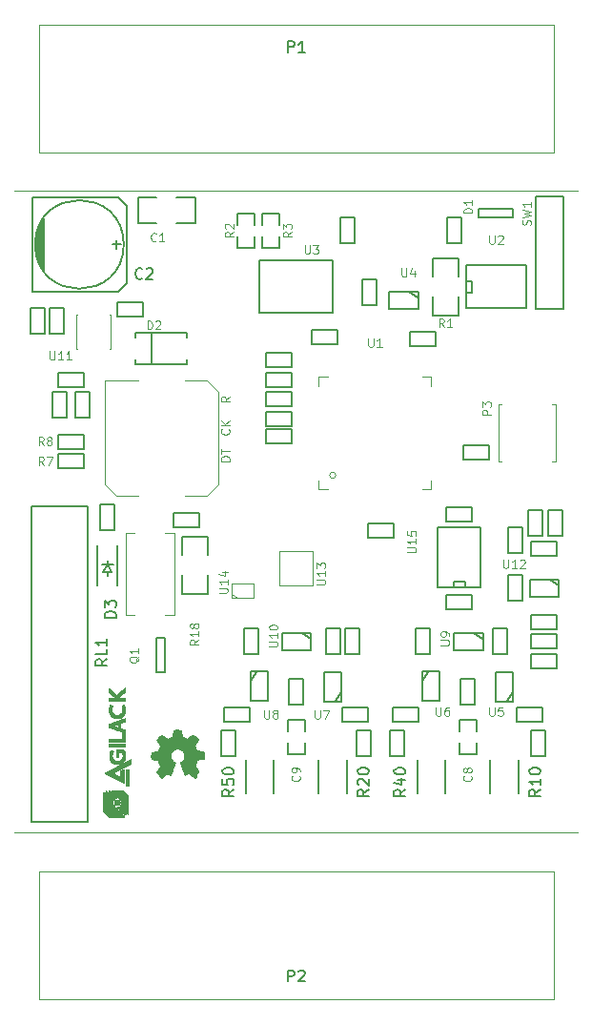
<source format=gbr>
%TF.GenerationSoftware,KiCad,Pcbnew,6.0.0*%
%TF.CreationDate,2022-04-16T14:37:20+02:00*%
%TF.ProjectId,cowdin-3a-pwrmon,636f7764-696e-42d3-9361-2d7077726d6f,1*%
%TF.SameCoordinates,Original*%
%TF.FileFunction,Legend,Top*%
%TF.FilePolarity,Positive*%
%FSLAX46Y46*%
G04 Gerber Fmt 4.6, Leading zero omitted, Abs format (unit mm)*
G04 Created by KiCad (PCBNEW 6.0.0) date 2022-04-16 14:37:20*
%MOMM*%
%LPD*%
G01*
G04 APERTURE LIST*
%ADD10C,0.100000*%
%ADD11C,0.101600*%
%ADD12C,0.076200*%
%ADD13C,0.150000*%
%ADD14C,0.027940*%
%ADD15C,0.127000*%
%ADD16C,0.050800*%
%ADD17C,0.120000*%
G04 APERTURE END LIST*
D10*
X123500000Y-133500000D02*
X173500000Y-133500000D01*
X123500000Y-76500000D02*
X173500000Y-76500000D01*
D11*
X142594714Y-100489857D02*
X141832714Y-100489857D01*
X141832714Y-100308428D01*
X141869000Y-100199571D01*
X141941571Y-100127000D01*
X142014142Y-100090714D01*
X142159285Y-100054428D01*
X142268142Y-100054428D01*
X142413285Y-100090714D01*
X142485857Y-100127000D01*
X142558428Y-100199571D01*
X142594714Y-100308428D01*
X142594714Y-100489857D01*
X141832714Y-99836714D02*
X141832714Y-99401285D01*
X142594714Y-99619000D02*
X141832714Y-99619000D01*
X142594714Y-94764142D02*
X142231857Y-95018142D01*
X142594714Y-95199571D02*
X141832714Y-95199571D01*
X141832714Y-94909285D01*
X141869000Y-94836714D01*
X141905285Y-94800428D01*
X141977857Y-94764142D01*
X142086714Y-94764142D01*
X142159285Y-94800428D01*
X142195571Y-94836714D01*
X142231857Y-94909285D01*
X142231857Y-95199571D01*
X142522142Y-97645142D02*
X142558428Y-97681428D01*
X142594714Y-97790285D01*
X142594714Y-97862857D01*
X142558428Y-97971714D01*
X142485857Y-98044285D01*
X142413285Y-98080571D01*
X142268142Y-98116857D01*
X142159285Y-98116857D01*
X142014142Y-98080571D01*
X141941571Y-98044285D01*
X141869000Y-97971714D01*
X141832714Y-97862857D01*
X141832714Y-97790285D01*
X141869000Y-97681428D01*
X141905285Y-97645142D01*
X142594714Y-97318571D02*
X141832714Y-97318571D01*
X142594714Y-96883142D02*
X142159285Y-97209714D01*
X141832714Y-96883142D02*
X142268142Y-97318571D01*
%TO.C,R18*%
X139844714Y-116339857D02*
X139481857Y-116593857D01*
X139844714Y-116775285D02*
X139082714Y-116775285D01*
X139082714Y-116485000D01*
X139119000Y-116412428D01*
X139155285Y-116376142D01*
X139227857Y-116339857D01*
X139336714Y-116339857D01*
X139409285Y-116376142D01*
X139445571Y-116412428D01*
X139481857Y-116485000D01*
X139481857Y-116775285D01*
X139844714Y-115614142D02*
X139844714Y-116049571D01*
X139844714Y-115831857D02*
X139082714Y-115831857D01*
X139191571Y-115904428D01*
X139264142Y-115977000D01*
X139300428Y-116049571D01*
X139409285Y-115178714D02*
X139373000Y-115251285D01*
X139336714Y-115287571D01*
X139264142Y-115323857D01*
X139227857Y-115323857D01*
X139155285Y-115287571D01*
X139119000Y-115251285D01*
X139082714Y-115178714D01*
X139082714Y-115033571D01*
X139119000Y-114961000D01*
X139155285Y-114924714D01*
X139227857Y-114888428D01*
X139264142Y-114888428D01*
X139336714Y-114924714D01*
X139373000Y-114961000D01*
X139409285Y-115033571D01*
X139409285Y-115178714D01*
X139445571Y-115251285D01*
X139481857Y-115287571D01*
X139554428Y-115323857D01*
X139699571Y-115323857D01*
X139772142Y-115287571D01*
X139808428Y-115251285D01*
X139844714Y-115178714D01*
X139844714Y-115033571D01*
X139808428Y-114961000D01*
X139772142Y-114924714D01*
X139699571Y-114888428D01*
X139554428Y-114888428D01*
X139481857Y-114924714D01*
X139445571Y-114961000D01*
X139409285Y-115033571D01*
%TO.C,U1*%
X154919428Y-89582714D02*
X154919428Y-90199571D01*
X154955714Y-90272142D01*
X154992000Y-90308428D01*
X155064571Y-90344714D01*
X155209714Y-90344714D01*
X155282285Y-90308428D01*
X155318571Y-90272142D01*
X155354857Y-90199571D01*
X155354857Y-89582714D01*
X156116857Y-90344714D02*
X155681428Y-90344714D01*
X155899142Y-90344714D02*
X155899142Y-89582714D01*
X155826571Y-89691571D01*
X155754000Y-89764142D01*
X155681428Y-89800428D01*
D12*
%TO.C,U14*%
X141632714Y-112193428D02*
X142249571Y-112193428D01*
X142322142Y-112157142D01*
X142358428Y-112120857D01*
X142394714Y-112048285D01*
X142394714Y-111903142D01*
X142358428Y-111830571D01*
X142322142Y-111794285D01*
X142249571Y-111758000D01*
X141632714Y-111758000D01*
X142394714Y-110996000D02*
X142394714Y-111431428D01*
X142394714Y-111213714D02*
X141632714Y-111213714D01*
X141741571Y-111286285D01*
X141814142Y-111358857D01*
X141850428Y-111431428D01*
X141886714Y-110342857D02*
X142394714Y-110342857D01*
X141596428Y-110524285D02*
X142140714Y-110705714D01*
X142140714Y-110234000D01*
%TO.C,U6*%
X160919428Y-122332714D02*
X160919428Y-122949571D01*
X160955714Y-123022142D01*
X160992000Y-123058428D01*
X161064571Y-123094714D01*
X161209714Y-123094714D01*
X161282285Y-123058428D01*
X161318571Y-123022142D01*
X161354857Y-122949571D01*
X161354857Y-122332714D01*
X162044285Y-122332714D02*
X161899142Y-122332714D01*
X161826571Y-122369000D01*
X161790285Y-122405285D01*
X161717714Y-122514142D01*
X161681428Y-122659285D01*
X161681428Y-122949571D01*
X161717714Y-123022142D01*
X161754000Y-123058428D01*
X161826571Y-123094714D01*
X161971714Y-123094714D01*
X162044285Y-123058428D01*
X162080571Y-123022142D01*
X162116857Y-122949571D01*
X162116857Y-122768142D01*
X162080571Y-122695571D01*
X162044285Y-122659285D01*
X161971714Y-122623000D01*
X161826571Y-122623000D01*
X161754000Y-122659285D01*
X161717714Y-122695571D01*
X161681428Y-122768142D01*
D11*
%TO.C,Q1*%
X134517285Y-117822571D02*
X134481000Y-117895142D01*
X134408428Y-117967714D01*
X134299571Y-118076571D01*
X134263285Y-118149142D01*
X134263285Y-118221714D01*
X134444714Y-118185428D02*
X134408428Y-118258000D01*
X134335857Y-118330571D01*
X134190714Y-118366857D01*
X133936714Y-118366857D01*
X133791571Y-118330571D01*
X133719000Y-118258000D01*
X133682714Y-118185428D01*
X133682714Y-118040285D01*
X133719000Y-117967714D01*
X133791571Y-117895142D01*
X133936714Y-117858857D01*
X134190714Y-117858857D01*
X134335857Y-117895142D01*
X134408428Y-117967714D01*
X134444714Y-118040285D01*
X134444714Y-118185428D01*
X134444714Y-117133142D02*
X134444714Y-117568571D01*
X134444714Y-117350857D02*
X133682714Y-117350857D01*
X133791571Y-117423428D01*
X133864142Y-117496000D01*
X133900428Y-117568571D01*
%TO.C,D1*%
X164144714Y-78462428D02*
X163382714Y-78462428D01*
X163382714Y-78281000D01*
X163419000Y-78172142D01*
X163491571Y-78099571D01*
X163564142Y-78063285D01*
X163709285Y-78027000D01*
X163818142Y-78027000D01*
X163963285Y-78063285D01*
X164035857Y-78099571D01*
X164108428Y-78172142D01*
X164144714Y-78281000D01*
X164144714Y-78462428D01*
X164144714Y-77301285D02*
X164144714Y-77736714D01*
X164144714Y-77519000D02*
X163382714Y-77519000D01*
X163491571Y-77591571D01*
X163564142Y-77664142D01*
X163600428Y-77736714D01*
D13*
%TO.C,P1*%
X147761904Y-64202380D02*
X147761904Y-63202380D01*
X148142857Y-63202380D01*
X148238095Y-63250000D01*
X148285714Y-63297619D01*
X148333333Y-63392857D01*
X148333333Y-63535714D01*
X148285714Y-63630952D01*
X148238095Y-63678571D01*
X148142857Y-63726190D01*
X147761904Y-63726190D01*
X149285714Y-64202380D02*
X148714285Y-64202380D01*
X149000000Y-64202380D02*
X149000000Y-63202380D01*
X148904761Y-63345238D01*
X148809523Y-63440476D01*
X148714285Y-63488095D01*
D12*
%TO.C,U5*%
X165669428Y-122332714D02*
X165669428Y-122949571D01*
X165705714Y-123022142D01*
X165742000Y-123058428D01*
X165814571Y-123094714D01*
X165959714Y-123094714D01*
X166032285Y-123058428D01*
X166068571Y-123022142D01*
X166104857Y-122949571D01*
X166104857Y-122332714D01*
X166830571Y-122332714D02*
X166467714Y-122332714D01*
X166431428Y-122695571D01*
X166467714Y-122659285D01*
X166540285Y-122623000D01*
X166721714Y-122623000D01*
X166794285Y-122659285D01*
X166830571Y-122695571D01*
X166866857Y-122768142D01*
X166866857Y-122949571D01*
X166830571Y-123022142D01*
X166794285Y-123058428D01*
X166721714Y-123094714D01*
X166540285Y-123094714D01*
X166467714Y-123058428D01*
X166431428Y-123022142D01*
%TO.C,U8*%
X145669428Y-122582714D02*
X145669428Y-123199571D01*
X145705714Y-123272142D01*
X145742000Y-123308428D01*
X145814571Y-123344714D01*
X145959714Y-123344714D01*
X146032285Y-123308428D01*
X146068571Y-123272142D01*
X146104857Y-123199571D01*
X146104857Y-122582714D01*
X146576571Y-122909285D02*
X146504000Y-122873000D01*
X146467714Y-122836714D01*
X146431428Y-122764142D01*
X146431428Y-122727857D01*
X146467714Y-122655285D01*
X146504000Y-122619000D01*
X146576571Y-122582714D01*
X146721714Y-122582714D01*
X146794285Y-122619000D01*
X146830571Y-122655285D01*
X146866857Y-122727857D01*
X146866857Y-122764142D01*
X146830571Y-122836714D01*
X146794285Y-122873000D01*
X146721714Y-122909285D01*
X146576571Y-122909285D01*
X146504000Y-122945571D01*
X146467714Y-122981857D01*
X146431428Y-123054428D01*
X146431428Y-123199571D01*
X146467714Y-123272142D01*
X146504000Y-123308428D01*
X146576571Y-123344714D01*
X146721714Y-123344714D01*
X146794285Y-123308428D01*
X146830571Y-123272142D01*
X146866857Y-123199571D01*
X146866857Y-123054428D01*
X146830571Y-122981857D01*
X146794285Y-122945571D01*
X146721714Y-122909285D01*
D11*
%TO.C,D2*%
X135287571Y-88794714D02*
X135287571Y-88032714D01*
X135469000Y-88032714D01*
X135577857Y-88069000D01*
X135650428Y-88141571D01*
X135686714Y-88214142D01*
X135723000Y-88359285D01*
X135723000Y-88468142D01*
X135686714Y-88613285D01*
X135650428Y-88685857D01*
X135577857Y-88758428D01*
X135469000Y-88794714D01*
X135287571Y-88794714D01*
X136013285Y-88105285D02*
X136049571Y-88069000D01*
X136122142Y-88032714D01*
X136303571Y-88032714D01*
X136376142Y-88069000D01*
X136412428Y-88105285D01*
X136448714Y-88177857D01*
X136448714Y-88250428D01*
X136412428Y-88359285D01*
X135977000Y-88794714D01*
X136448714Y-88794714D01*
%TO.C,U2*%
X165669428Y-80432714D02*
X165669428Y-81049571D01*
X165705714Y-81122142D01*
X165742000Y-81158428D01*
X165814571Y-81194714D01*
X165959714Y-81194714D01*
X166032285Y-81158428D01*
X166068571Y-81122142D01*
X166104857Y-81049571D01*
X166104857Y-80432714D01*
X166431428Y-80505285D02*
X166467714Y-80469000D01*
X166540285Y-80432714D01*
X166721714Y-80432714D01*
X166794285Y-80469000D01*
X166830571Y-80505285D01*
X166866857Y-80577857D01*
X166866857Y-80650428D01*
X166830571Y-80759285D01*
X166395142Y-81194714D01*
X166866857Y-81194714D01*
%TO.C,C8*%
X164022142Y-128436897D02*
X164058428Y-128473182D01*
X164094714Y-128582040D01*
X164094714Y-128654611D01*
X164058428Y-128763468D01*
X163985857Y-128836040D01*
X163913285Y-128872325D01*
X163768142Y-128908611D01*
X163659285Y-128908611D01*
X163514142Y-128872325D01*
X163441571Y-128836040D01*
X163369000Y-128763468D01*
X163332714Y-128654611D01*
X163332714Y-128582040D01*
X163369000Y-128473182D01*
X163405285Y-128436897D01*
X163659285Y-128001468D02*
X163623000Y-128074040D01*
X163586714Y-128110325D01*
X163514142Y-128146611D01*
X163477857Y-128146611D01*
X163405285Y-128110325D01*
X163369000Y-128074040D01*
X163332714Y-128001468D01*
X163332714Y-127856325D01*
X163369000Y-127783754D01*
X163405285Y-127747468D01*
X163477857Y-127711182D01*
X163514142Y-127711182D01*
X163586714Y-127747468D01*
X163623000Y-127783754D01*
X163659285Y-127856325D01*
X163659285Y-128001468D01*
X163695571Y-128074040D01*
X163731857Y-128110325D01*
X163804428Y-128146611D01*
X163949571Y-128146611D01*
X164022142Y-128110325D01*
X164058428Y-128074040D01*
X164094714Y-128001468D01*
X164094714Y-127856325D01*
X164058428Y-127783754D01*
X164022142Y-127747468D01*
X163949571Y-127711182D01*
X163804428Y-127711182D01*
X163731857Y-127747468D01*
X163695571Y-127783754D01*
X163659285Y-127856325D01*
D13*
%TO.C,R10*%
X170202380Y-129642857D02*
X169726190Y-129976190D01*
X170202380Y-130214285D02*
X169202380Y-130214285D01*
X169202380Y-129833333D01*
X169250000Y-129738095D01*
X169297619Y-129690476D01*
X169392857Y-129642857D01*
X169535714Y-129642857D01*
X169630952Y-129690476D01*
X169678571Y-129738095D01*
X169726190Y-129833333D01*
X169726190Y-130214285D01*
X170202380Y-128690476D02*
X170202380Y-129261904D01*
X170202380Y-128976190D02*
X169202380Y-128976190D01*
X169345238Y-129071428D01*
X169440476Y-129166666D01*
X169488095Y-129261904D01*
X169202380Y-128071428D02*
X169202380Y-127976190D01*
X169250000Y-127880952D01*
X169297619Y-127833333D01*
X169392857Y-127785714D01*
X169583333Y-127738095D01*
X169821428Y-127738095D01*
X170011904Y-127785714D01*
X170107142Y-127833333D01*
X170154761Y-127880952D01*
X170202380Y-127976190D01*
X170202380Y-128071428D01*
X170154761Y-128166666D01*
X170107142Y-128214285D01*
X170011904Y-128261904D01*
X169821428Y-128309523D01*
X169583333Y-128309523D01*
X169392857Y-128261904D01*
X169297619Y-128214285D01*
X169250000Y-128166666D01*
X169202380Y-128071428D01*
D11*
%TO.C,C9*%
X148772142Y-128436897D02*
X148808428Y-128473182D01*
X148844714Y-128582040D01*
X148844714Y-128654611D01*
X148808428Y-128763468D01*
X148735857Y-128836040D01*
X148663285Y-128872325D01*
X148518142Y-128908611D01*
X148409285Y-128908611D01*
X148264142Y-128872325D01*
X148191571Y-128836040D01*
X148119000Y-128763468D01*
X148082714Y-128654611D01*
X148082714Y-128582040D01*
X148119000Y-128473182D01*
X148155285Y-128436897D01*
X148844714Y-128074040D02*
X148844714Y-127928897D01*
X148808428Y-127856325D01*
X148772142Y-127820040D01*
X148663285Y-127747468D01*
X148518142Y-127711182D01*
X148227857Y-127711182D01*
X148155285Y-127747468D01*
X148119000Y-127783754D01*
X148082714Y-127856325D01*
X148082714Y-128001468D01*
X148119000Y-128074040D01*
X148155285Y-128110325D01*
X148227857Y-128146611D01*
X148409285Y-128146611D01*
X148481857Y-128110325D01*
X148518142Y-128074040D01*
X148554428Y-128001468D01*
X148554428Y-127856325D01*
X148518142Y-127783754D01*
X148481857Y-127747468D01*
X148409285Y-127711182D01*
D13*
%TO.C,C2*%
X134833333Y-84257142D02*
X134785714Y-84304761D01*
X134642857Y-84352380D01*
X134547619Y-84352380D01*
X134404761Y-84304761D01*
X134309523Y-84209523D01*
X134261904Y-84114285D01*
X134214285Y-83923809D01*
X134214285Y-83780952D01*
X134261904Y-83590476D01*
X134309523Y-83495238D01*
X134404761Y-83400000D01*
X134547619Y-83352380D01*
X134642857Y-83352380D01*
X134785714Y-83400000D01*
X134833333Y-83447619D01*
X135214285Y-83447619D02*
X135261904Y-83400000D01*
X135357142Y-83352380D01*
X135595238Y-83352380D01*
X135690476Y-83400000D01*
X135738095Y-83447619D01*
X135785714Y-83542857D01*
X135785714Y-83638095D01*
X135738095Y-83780952D01*
X135166666Y-84352380D01*
X135785714Y-84352380D01*
%TO.C,D3*%
X132502380Y-114388095D02*
X131502380Y-114388095D01*
X131502380Y-114150000D01*
X131550000Y-114007142D01*
X131645238Y-113911904D01*
X131740476Y-113864285D01*
X131930952Y-113816666D01*
X132073809Y-113816666D01*
X132264285Y-113864285D01*
X132359523Y-113911904D01*
X132454761Y-114007142D01*
X132502380Y-114150000D01*
X132502380Y-114388095D01*
X131502380Y-113483333D02*
X131502380Y-112864285D01*
X131883333Y-113197619D01*
X131883333Y-113054761D01*
X131930952Y-112959523D01*
X131978571Y-112911904D01*
X132073809Y-112864285D01*
X132311904Y-112864285D01*
X132407142Y-112911904D01*
X132454761Y-112959523D01*
X132502380Y-113054761D01*
X132502380Y-113340476D01*
X132454761Y-113435714D01*
X132407142Y-113483333D01*
D11*
%TO.C,U13*%
X150332714Y-111443428D02*
X150949571Y-111443428D01*
X151022142Y-111407142D01*
X151058428Y-111370857D01*
X151094714Y-111298285D01*
X151094714Y-111153142D01*
X151058428Y-111080571D01*
X151022142Y-111044285D01*
X150949571Y-111008000D01*
X150332714Y-111008000D01*
X151094714Y-110246000D02*
X151094714Y-110681428D01*
X151094714Y-110463714D02*
X150332714Y-110463714D01*
X150441571Y-110536285D01*
X150514142Y-110608857D01*
X150550428Y-110681428D01*
X150332714Y-109992000D02*
X150332714Y-109520285D01*
X150623000Y-109774285D01*
X150623000Y-109665428D01*
X150659285Y-109592857D01*
X150695571Y-109556571D01*
X150768142Y-109520285D01*
X150949571Y-109520285D01*
X151022142Y-109556571D01*
X151058428Y-109592857D01*
X151094714Y-109665428D01*
X151094714Y-109883142D01*
X151058428Y-109955714D01*
X151022142Y-109992000D01*
D12*
%TO.C,U4*%
X157869428Y-83332714D02*
X157869428Y-83949571D01*
X157905714Y-84022142D01*
X157942000Y-84058428D01*
X158014571Y-84094714D01*
X158159714Y-84094714D01*
X158232285Y-84058428D01*
X158268571Y-84022142D01*
X158304857Y-83949571D01*
X158304857Y-83332714D01*
X158994285Y-83586714D02*
X158994285Y-84094714D01*
X158812857Y-83296428D02*
X158631428Y-83840714D01*
X159103142Y-83840714D01*
D13*
%TO.C,R20*%
X154952380Y-129642857D02*
X154476190Y-129976190D01*
X154952380Y-130214285D02*
X153952380Y-130214285D01*
X153952380Y-129833333D01*
X154000000Y-129738095D01*
X154047619Y-129690476D01*
X154142857Y-129642857D01*
X154285714Y-129642857D01*
X154380952Y-129690476D01*
X154428571Y-129738095D01*
X154476190Y-129833333D01*
X154476190Y-130214285D01*
X154047619Y-129261904D02*
X154000000Y-129214285D01*
X153952380Y-129119047D01*
X153952380Y-128880952D01*
X154000000Y-128785714D01*
X154047619Y-128738095D01*
X154142857Y-128690476D01*
X154238095Y-128690476D01*
X154380952Y-128738095D01*
X154952380Y-129309523D01*
X154952380Y-128690476D01*
X153952380Y-128071428D02*
X153952380Y-127976190D01*
X154000000Y-127880952D01*
X154047619Y-127833333D01*
X154142857Y-127785714D01*
X154333333Y-127738095D01*
X154571428Y-127738095D01*
X154761904Y-127785714D01*
X154857142Y-127833333D01*
X154904761Y-127880952D01*
X154952380Y-127976190D01*
X154952380Y-128071428D01*
X154904761Y-128166666D01*
X154857142Y-128214285D01*
X154761904Y-128261904D01*
X154571428Y-128309523D01*
X154333333Y-128309523D01*
X154142857Y-128261904D01*
X154047619Y-128214285D01*
X154000000Y-128166666D01*
X153952380Y-128071428D01*
D11*
%TO.C,U3*%
X149269428Y-81332714D02*
X149269428Y-81949571D01*
X149305714Y-82022142D01*
X149342000Y-82058428D01*
X149414571Y-82094714D01*
X149559714Y-82094714D01*
X149632285Y-82058428D01*
X149668571Y-82022142D01*
X149704857Y-81949571D01*
X149704857Y-81332714D01*
X149995142Y-81332714D02*
X150466857Y-81332714D01*
X150212857Y-81623000D01*
X150321714Y-81623000D01*
X150394285Y-81659285D01*
X150430571Y-81695571D01*
X150466857Y-81768142D01*
X150466857Y-81949571D01*
X150430571Y-82022142D01*
X150394285Y-82058428D01*
X150321714Y-82094714D01*
X150104000Y-82094714D01*
X150031428Y-82058428D01*
X149995142Y-82022142D01*
%TO.C,U15*%
X158382714Y-108593428D02*
X158999571Y-108593428D01*
X159072142Y-108557142D01*
X159108428Y-108520857D01*
X159144714Y-108448285D01*
X159144714Y-108303142D01*
X159108428Y-108230571D01*
X159072142Y-108194285D01*
X158999571Y-108158000D01*
X158382714Y-108158000D01*
X159144714Y-107396000D02*
X159144714Y-107831428D01*
X159144714Y-107613714D02*
X158382714Y-107613714D01*
X158491571Y-107686285D01*
X158564142Y-107758857D01*
X158600428Y-107831428D01*
X158382714Y-106706571D02*
X158382714Y-107069428D01*
X158745571Y-107105714D01*
X158709285Y-107069428D01*
X158673000Y-106996857D01*
X158673000Y-106815428D01*
X158709285Y-106742857D01*
X158745571Y-106706571D01*
X158818142Y-106670285D01*
X158999571Y-106670285D01*
X159072142Y-106706571D01*
X159108428Y-106742857D01*
X159144714Y-106815428D01*
X159144714Y-106996857D01*
X159108428Y-107069428D01*
X159072142Y-107105714D01*
D13*
%TO.C,P2*%
X147761904Y-146702380D02*
X147761904Y-145702380D01*
X148142857Y-145702380D01*
X148238095Y-145750000D01*
X148285714Y-145797619D01*
X148333333Y-145892857D01*
X148333333Y-146035714D01*
X148285714Y-146130952D01*
X148238095Y-146178571D01*
X148142857Y-146226190D01*
X147761904Y-146226190D01*
X148714285Y-145797619D02*
X148761904Y-145750000D01*
X148857142Y-145702380D01*
X149095238Y-145702380D01*
X149190476Y-145750000D01*
X149238095Y-145797619D01*
X149285714Y-145892857D01*
X149285714Y-145988095D01*
X149238095Y-146130952D01*
X148666666Y-146702380D01*
X149285714Y-146702380D01*
%TO.C,RL1*%
X131702380Y-118071428D02*
X131226190Y-118404761D01*
X131702380Y-118642857D02*
X130702380Y-118642857D01*
X130702380Y-118261904D01*
X130750000Y-118166666D01*
X130797619Y-118119047D01*
X130892857Y-118071428D01*
X131035714Y-118071428D01*
X131130952Y-118119047D01*
X131178571Y-118166666D01*
X131226190Y-118261904D01*
X131226190Y-118642857D01*
X131702380Y-117166666D02*
X131702380Y-117642857D01*
X130702380Y-117642857D01*
X131702380Y-116309523D02*
X131702380Y-116880952D01*
X131702380Y-116595238D02*
X130702380Y-116595238D01*
X130845238Y-116690476D01*
X130940476Y-116785714D01*
X130988095Y-116880952D01*
D11*
%TO.C,U11*%
X126606571Y-90732714D02*
X126606571Y-91349571D01*
X126642857Y-91422142D01*
X126679142Y-91458428D01*
X126751714Y-91494714D01*
X126896857Y-91494714D01*
X126969428Y-91458428D01*
X127005714Y-91422142D01*
X127042000Y-91349571D01*
X127042000Y-90732714D01*
X127804000Y-91494714D02*
X127368571Y-91494714D01*
X127586285Y-91494714D02*
X127586285Y-90732714D01*
X127513714Y-90841571D01*
X127441142Y-90914142D01*
X127368571Y-90950428D01*
X128529714Y-91494714D02*
X128094285Y-91494714D01*
X128312000Y-91494714D02*
X128312000Y-90732714D01*
X128239428Y-90841571D01*
X128166857Y-90914142D01*
X128094285Y-90950428D01*
D12*
%TO.C,U7*%
X150169428Y-122582714D02*
X150169428Y-123199571D01*
X150205714Y-123272142D01*
X150242000Y-123308428D01*
X150314571Y-123344714D01*
X150459714Y-123344714D01*
X150532285Y-123308428D01*
X150568571Y-123272142D01*
X150604857Y-123199571D01*
X150604857Y-122582714D01*
X150895142Y-122582714D02*
X151403142Y-122582714D01*
X151076571Y-123344714D01*
D11*
%TO.C,R3*%
X148094714Y-80127000D02*
X147731857Y-80381000D01*
X148094714Y-80562428D02*
X147332714Y-80562428D01*
X147332714Y-80272142D01*
X147369000Y-80199571D01*
X147405285Y-80163285D01*
X147477857Y-80127000D01*
X147586714Y-80127000D01*
X147659285Y-80163285D01*
X147695571Y-80199571D01*
X147731857Y-80272142D01*
X147731857Y-80562428D01*
X147332714Y-79873000D02*
X147332714Y-79401285D01*
X147623000Y-79655285D01*
X147623000Y-79546428D01*
X147659285Y-79473857D01*
X147695571Y-79437571D01*
X147768142Y-79401285D01*
X147949571Y-79401285D01*
X148022142Y-79437571D01*
X148058428Y-79473857D01*
X148094714Y-79546428D01*
X148094714Y-79764142D01*
X148058428Y-79836714D01*
X148022142Y-79873000D01*
D13*
%TO.C,R40*%
X158202380Y-129642857D02*
X157726190Y-129976190D01*
X158202380Y-130214285D02*
X157202380Y-130214285D01*
X157202380Y-129833333D01*
X157250000Y-129738095D01*
X157297619Y-129690476D01*
X157392857Y-129642857D01*
X157535714Y-129642857D01*
X157630952Y-129690476D01*
X157678571Y-129738095D01*
X157726190Y-129833333D01*
X157726190Y-130214285D01*
X157535714Y-128785714D02*
X158202380Y-128785714D01*
X157154761Y-129023809D02*
X157869047Y-129261904D01*
X157869047Y-128642857D01*
X157202380Y-128071428D02*
X157202380Y-127976190D01*
X157250000Y-127880952D01*
X157297619Y-127833333D01*
X157392857Y-127785714D01*
X157583333Y-127738095D01*
X157821428Y-127738095D01*
X158011904Y-127785714D01*
X158107142Y-127833333D01*
X158154761Y-127880952D01*
X158202380Y-127976190D01*
X158202380Y-128071428D01*
X158154761Y-128166666D01*
X158107142Y-128214285D01*
X158011904Y-128261904D01*
X157821428Y-128309523D01*
X157583333Y-128309523D01*
X157392857Y-128261904D01*
X157297619Y-128214285D01*
X157250000Y-128166666D01*
X157202380Y-128071428D01*
D12*
%TO.C,U12*%
X166906571Y-109232714D02*
X166906571Y-109849571D01*
X166942857Y-109922142D01*
X166979142Y-109958428D01*
X167051714Y-109994714D01*
X167196857Y-109994714D01*
X167269428Y-109958428D01*
X167305714Y-109922142D01*
X167342000Y-109849571D01*
X167342000Y-109232714D01*
X168104000Y-109994714D02*
X167668571Y-109994714D01*
X167886285Y-109994714D02*
X167886285Y-109232714D01*
X167813714Y-109341571D01*
X167741142Y-109414142D01*
X167668571Y-109450428D01*
X168394285Y-109305285D02*
X168430571Y-109269000D01*
X168503142Y-109232714D01*
X168684571Y-109232714D01*
X168757142Y-109269000D01*
X168793428Y-109305285D01*
X168829714Y-109377857D01*
X168829714Y-109450428D01*
X168793428Y-109559285D01*
X168358000Y-109994714D01*
X168829714Y-109994714D01*
%TO.C,U10*%
X146082714Y-116943428D02*
X146699571Y-116943428D01*
X146772142Y-116907142D01*
X146808428Y-116870857D01*
X146844714Y-116798285D01*
X146844714Y-116653142D01*
X146808428Y-116580571D01*
X146772142Y-116544285D01*
X146699571Y-116508000D01*
X146082714Y-116508000D01*
X146844714Y-115746000D02*
X146844714Y-116181428D01*
X146844714Y-115963714D02*
X146082714Y-115963714D01*
X146191571Y-116036285D01*
X146264142Y-116108857D01*
X146300428Y-116181428D01*
X146082714Y-115274285D02*
X146082714Y-115201714D01*
X146119000Y-115129142D01*
X146155285Y-115092857D01*
X146227857Y-115056571D01*
X146373000Y-115020285D01*
X146554428Y-115020285D01*
X146699571Y-115056571D01*
X146772142Y-115092857D01*
X146808428Y-115129142D01*
X146844714Y-115201714D01*
X146844714Y-115274285D01*
X146808428Y-115346857D01*
X146772142Y-115383142D01*
X146699571Y-115419428D01*
X146554428Y-115455714D01*
X146373000Y-115455714D01*
X146227857Y-115419428D01*
X146155285Y-115383142D01*
X146119000Y-115346857D01*
X146082714Y-115274285D01*
D11*
%TO.C,R1*%
X161623000Y-88594714D02*
X161369000Y-88231857D01*
X161187571Y-88594714D02*
X161187571Y-87832714D01*
X161477857Y-87832714D01*
X161550428Y-87869000D01*
X161586714Y-87905285D01*
X161623000Y-87977857D01*
X161623000Y-88086714D01*
X161586714Y-88159285D01*
X161550428Y-88195571D01*
X161477857Y-88231857D01*
X161187571Y-88231857D01*
X162348714Y-88594714D02*
X161913285Y-88594714D01*
X162131000Y-88594714D02*
X162131000Y-87832714D01*
X162058428Y-87941571D01*
X161985857Y-88014142D01*
X161913285Y-88050428D01*
D12*
%TO.C,U9*%
X161332714Y-116830571D02*
X161949571Y-116830571D01*
X162022142Y-116794285D01*
X162058428Y-116758000D01*
X162094714Y-116685428D01*
X162094714Y-116540285D01*
X162058428Y-116467714D01*
X162022142Y-116431428D01*
X161949571Y-116395142D01*
X161332714Y-116395142D01*
X162094714Y-115996000D02*
X162094714Y-115850857D01*
X162058428Y-115778285D01*
X162022142Y-115742000D01*
X161913285Y-115669428D01*
X161768142Y-115633142D01*
X161477857Y-115633142D01*
X161405285Y-115669428D01*
X161369000Y-115705714D01*
X161332714Y-115778285D01*
X161332714Y-115923428D01*
X161369000Y-115996000D01*
X161405285Y-116032285D01*
X161477857Y-116068571D01*
X161659285Y-116068571D01*
X161731857Y-116032285D01*
X161768142Y-115996000D01*
X161804428Y-115923428D01*
X161804428Y-115778285D01*
X161768142Y-115705714D01*
X161731857Y-115669428D01*
X161659285Y-115633142D01*
D13*
%TO.C,R50*%
X142952380Y-129642857D02*
X142476190Y-129976190D01*
X142952380Y-130214285D02*
X141952380Y-130214285D01*
X141952380Y-129833333D01*
X142000000Y-129738095D01*
X142047619Y-129690476D01*
X142142857Y-129642857D01*
X142285714Y-129642857D01*
X142380952Y-129690476D01*
X142428571Y-129738095D01*
X142476190Y-129833333D01*
X142476190Y-130214285D01*
X141952380Y-128738095D02*
X141952380Y-129214285D01*
X142428571Y-129261904D01*
X142380952Y-129214285D01*
X142333333Y-129119047D01*
X142333333Y-128880952D01*
X142380952Y-128785714D01*
X142428571Y-128738095D01*
X142523809Y-128690476D01*
X142761904Y-128690476D01*
X142857142Y-128738095D01*
X142904761Y-128785714D01*
X142952380Y-128880952D01*
X142952380Y-129119047D01*
X142904761Y-129214285D01*
X142857142Y-129261904D01*
X141952380Y-128071428D02*
X141952380Y-127976190D01*
X142000000Y-127880952D01*
X142047619Y-127833333D01*
X142142857Y-127785714D01*
X142333333Y-127738095D01*
X142571428Y-127738095D01*
X142761904Y-127785714D01*
X142857142Y-127833333D01*
X142904761Y-127880952D01*
X142952380Y-127976190D01*
X142952380Y-128071428D01*
X142904761Y-128166666D01*
X142857142Y-128214285D01*
X142761904Y-128261904D01*
X142571428Y-128309523D01*
X142333333Y-128309523D01*
X142142857Y-128261904D01*
X142047619Y-128214285D01*
X142000000Y-128166666D01*
X141952380Y-128071428D01*
D11*
%TO.C,P3*%
X165794714Y-96362428D02*
X165032714Y-96362428D01*
X165032714Y-96072142D01*
X165069000Y-95999571D01*
X165105285Y-95963285D01*
X165177857Y-95927000D01*
X165286714Y-95927000D01*
X165359285Y-95963285D01*
X165395571Y-95999571D01*
X165431857Y-96072142D01*
X165431857Y-96362428D01*
X165032714Y-95673000D02*
X165032714Y-95201285D01*
X165323000Y-95455285D01*
X165323000Y-95346428D01*
X165359285Y-95273857D01*
X165395571Y-95237571D01*
X165468142Y-95201285D01*
X165649571Y-95201285D01*
X165722142Y-95237571D01*
X165758428Y-95273857D01*
X165794714Y-95346428D01*
X165794714Y-95564142D01*
X165758428Y-95636714D01*
X165722142Y-95673000D01*
%TO.C,SW1*%
X169308428Y-79516000D02*
X169344714Y-79407142D01*
X169344714Y-79225714D01*
X169308428Y-79153142D01*
X169272142Y-79116857D01*
X169199571Y-79080571D01*
X169127000Y-79080571D01*
X169054428Y-79116857D01*
X169018142Y-79153142D01*
X168981857Y-79225714D01*
X168945571Y-79370857D01*
X168909285Y-79443428D01*
X168873000Y-79479714D01*
X168800428Y-79516000D01*
X168727857Y-79516000D01*
X168655285Y-79479714D01*
X168619000Y-79443428D01*
X168582714Y-79370857D01*
X168582714Y-79189428D01*
X168619000Y-79080571D01*
X168582714Y-78826571D02*
X169344714Y-78645142D01*
X168800428Y-78500000D01*
X169344714Y-78354857D01*
X168582714Y-78173428D01*
X169344714Y-77484000D02*
X169344714Y-77919428D01*
X169344714Y-77701714D02*
X168582714Y-77701714D01*
X168691571Y-77774285D01*
X168764142Y-77846857D01*
X168800428Y-77919428D01*
%TO.C,R7*%
X126063102Y-100844714D02*
X125809102Y-100481857D01*
X125627674Y-100844714D02*
X125627674Y-100082714D01*
X125917960Y-100082714D01*
X125990531Y-100119000D01*
X126026817Y-100155285D01*
X126063102Y-100227857D01*
X126063102Y-100336714D01*
X126026817Y-100409285D01*
X125990531Y-100445571D01*
X125917960Y-100481857D01*
X125627674Y-100481857D01*
X126317102Y-100082714D02*
X126825102Y-100082714D01*
X126498531Y-100844714D01*
%TO.C,C1*%
X136073000Y-80922142D02*
X136036714Y-80958428D01*
X135927857Y-80994714D01*
X135855285Y-80994714D01*
X135746428Y-80958428D01*
X135673857Y-80885857D01*
X135637571Y-80813285D01*
X135601285Y-80668142D01*
X135601285Y-80559285D01*
X135637571Y-80414142D01*
X135673857Y-80341571D01*
X135746428Y-80269000D01*
X135855285Y-80232714D01*
X135927857Y-80232714D01*
X136036714Y-80269000D01*
X136073000Y-80305285D01*
X136798714Y-80994714D02*
X136363285Y-80994714D01*
X136581000Y-80994714D02*
X136581000Y-80232714D01*
X136508428Y-80341571D01*
X136435857Y-80414142D01*
X136363285Y-80450428D01*
%TO.C,R8*%
X126063102Y-99094714D02*
X125809102Y-98731857D01*
X125627674Y-99094714D02*
X125627674Y-98332714D01*
X125917960Y-98332714D01*
X125990531Y-98369000D01*
X126026817Y-98405285D01*
X126063102Y-98477857D01*
X126063102Y-98586714D01*
X126026817Y-98659285D01*
X125990531Y-98695571D01*
X125917960Y-98731857D01*
X125627674Y-98731857D01*
X126498531Y-98659285D02*
X126425960Y-98623000D01*
X126389674Y-98586714D01*
X126353388Y-98514142D01*
X126353388Y-98477857D01*
X126389674Y-98405285D01*
X126425960Y-98369000D01*
X126498531Y-98332714D01*
X126643674Y-98332714D01*
X126716245Y-98369000D01*
X126752531Y-98405285D01*
X126788817Y-98477857D01*
X126788817Y-98514142D01*
X126752531Y-98586714D01*
X126716245Y-98623000D01*
X126643674Y-98659285D01*
X126498531Y-98659285D01*
X126425960Y-98695571D01*
X126389674Y-98731857D01*
X126353388Y-98804428D01*
X126353388Y-98949571D01*
X126389674Y-99022142D01*
X126425960Y-99058428D01*
X126498531Y-99094714D01*
X126643674Y-99094714D01*
X126716245Y-99058428D01*
X126752531Y-99022142D01*
X126788817Y-98949571D01*
X126788817Y-98804428D01*
X126752531Y-98731857D01*
X126716245Y-98695571D01*
X126643674Y-98659285D01*
%TO.C,R2*%
X142944714Y-80127000D02*
X142581857Y-80381000D01*
X142944714Y-80562428D02*
X142182714Y-80562428D01*
X142182714Y-80272142D01*
X142219000Y-80199571D01*
X142255285Y-80163285D01*
X142327857Y-80127000D01*
X142436714Y-80127000D01*
X142509285Y-80163285D01*
X142545571Y-80199571D01*
X142581857Y-80272142D01*
X142581857Y-80562428D01*
X142255285Y-79836714D02*
X142219000Y-79800428D01*
X142182714Y-79727857D01*
X142182714Y-79546428D01*
X142219000Y-79473857D01*
X142255285Y-79437571D01*
X142327857Y-79401285D01*
X142400428Y-79401285D01*
X142509285Y-79437571D01*
X142944714Y-79873000D01*
X142944714Y-79401285D01*
D14*
%TO.C,agilack-11.5*%
X131959920Y-129998760D02*
X131959920Y-129770160D01*
X132340920Y-123928160D02*
X132340920Y-123648760D01*
X131909120Y-126874560D02*
X131909120Y-126442760D01*
X132340920Y-128627160D02*
X132340920Y-128271560D01*
X133179120Y-121794560D02*
X133179120Y-121540560D01*
X132086920Y-132081560D02*
X132086920Y-131903760D01*
X132848920Y-130532160D02*
X132848920Y-129770160D01*
X132493320Y-128703360D02*
X132493320Y-128347760D01*
X133153720Y-127179360D02*
X133153720Y-126137960D01*
X132290120Y-129998760D02*
X132290120Y-129770160D01*
X132975920Y-124512360D02*
X132975920Y-124232960D01*
X133204520Y-132081560D02*
X133204520Y-131979960D01*
X131985320Y-128449360D02*
X131985320Y-127915960D01*
X132163120Y-128550960D02*
X132163120Y-128195360D01*
X132544120Y-127382560D02*
X132544120Y-127103160D01*
X132417120Y-125375960D02*
X132417120Y-125121960D01*
X132188520Y-128550960D02*
X132188520Y-128195360D01*
X132010720Y-125375960D02*
X132010720Y-125121960D01*
X132137720Y-128525560D02*
X132137720Y-127839760D01*
X133560120Y-131827560D02*
X133560120Y-130176560D01*
X132137720Y-125807760D02*
X132137720Y-125553760D01*
X132747320Y-132081560D02*
X132747320Y-131903760D01*
X132112320Y-128525560D02*
X132112320Y-127839760D01*
X132874320Y-121794560D02*
X132874320Y-121540560D01*
X133229920Y-131522760D02*
X133229920Y-129846360D01*
X133102920Y-129008160D02*
X133102920Y-127865160D01*
X133204520Y-122988360D02*
X133204520Y-122124760D01*
X132086920Y-128500160D02*
X132086920Y-127865160D01*
X132848920Y-127357160D02*
X132848920Y-127026960D01*
X132366320Y-130405160D02*
X132366320Y-130201960D01*
X133255320Y-122886760D02*
X133255320Y-122277160D01*
X133102920Y-121794560D02*
X133102920Y-121540560D01*
X132823520Y-121362760D02*
X132823520Y-121007160D01*
X132366320Y-125807760D02*
X132366320Y-125553760D01*
X133102920Y-132081560D02*
X133102920Y-131903760D01*
X132264720Y-125375960D02*
X132264720Y-125121960D01*
X132874320Y-124461560D02*
X132874320Y-123470960D01*
X132137720Y-131827560D02*
X132137720Y-130328960D01*
X132315520Y-124258360D02*
X132315520Y-124004360D01*
X132010720Y-132081560D02*
X132010720Y-131903760D01*
X132721920Y-132081560D02*
X132721920Y-131903760D01*
X133509320Y-131827560D02*
X133509320Y-130125760D01*
X132696520Y-127915960D02*
X132696520Y-127534960D01*
X132721920Y-125375960D02*
X132721920Y-125121960D01*
X132823520Y-128881160D02*
X132823520Y-128500160D01*
X131629720Y-131878360D02*
X131629720Y-131573560D01*
X132315520Y-123928160D02*
X132315520Y-123674160D01*
X132620320Y-132081560D02*
X132620320Y-131903760D01*
X131782120Y-132030760D02*
X131782120Y-131725960D01*
X132620320Y-130328960D02*
X132620320Y-129770160D01*
X132366320Y-123928160D02*
X132366320Y-123648760D01*
X132620320Y-123826560D02*
X132620320Y-123547160D01*
X132290120Y-123953560D02*
X132290120Y-123674160D01*
X133026720Y-121184960D02*
X133026720Y-120829360D01*
X132493320Y-125807760D02*
X132493320Y-125553760D01*
X132061520Y-132081560D02*
X132061520Y-131903760D01*
X132569520Y-126747560D02*
X132569520Y-126112560D01*
X132721920Y-127890560D02*
X132721920Y-127534960D01*
X132645720Y-132081560D02*
X132645720Y-131903760D01*
X131502720Y-128220760D02*
X131502720Y-128144560D01*
X132188520Y-130227360D02*
X132188520Y-130024160D01*
X133534720Y-127484160D02*
X133534720Y-127103160D01*
X132518720Y-127382560D02*
X132518720Y-127103160D01*
X132340920Y-128093760D02*
X132340920Y-127738160D01*
X133229920Y-131827560D02*
X133229920Y-131675160D01*
X132620320Y-127382560D02*
X132620320Y-127103160D01*
X133102920Y-127712760D02*
X133102920Y-127331760D01*
X132493320Y-131827560D02*
X132493320Y-131294160D01*
X132467920Y-132081560D02*
X132467920Y-131903760D01*
X133026720Y-121794560D02*
X133026720Y-121540560D01*
X131782120Y-128347760D02*
X131782120Y-128017560D01*
X132747320Y-127382560D02*
X132747320Y-127077760D01*
X132772720Y-130963960D02*
X132772720Y-130659160D01*
X131731320Y-128322360D02*
X131731320Y-128042960D01*
X132874320Y-128906560D02*
X132874320Y-127966760D01*
X132899720Y-131192560D02*
X132899720Y-131014760D01*
X132213920Y-124232960D02*
X132213920Y-123699560D01*
X132569520Y-132081560D02*
X132569520Y-131903760D01*
X132239320Y-124232960D02*
X132239320Y-123978960D01*
X133001320Y-131624360D02*
X133001320Y-131446560D01*
X133102920Y-127204760D02*
X133102920Y-126112560D01*
X133077520Y-125375960D02*
X133077520Y-124283760D01*
X132848920Y-128881160D02*
X132848920Y-128500160D01*
X132798120Y-121794560D02*
X132798120Y-121540560D01*
X131934520Y-131802160D02*
X131934520Y-130125760D01*
X133712520Y-127407960D02*
X133712520Y-127026960D01*
X132442520Y-130405160D02*
X132442520Y-130303560D01*
X132975920Y-123216960D02*
X132975920Y-122835960D01*
X132061520Y-123140760D02*
X132061520Y-122175560D01*
X131909120Y-121794560D02*
X131909120Y-121540560D01*
X133280720Y-131573560D02*
X133280720Y-129897160D01*
X131553520Y-131802160D02*
X131553520Y-131497360D01*
X131655120Y-131522760D02*
X131655120Y-129846360D01*
X132366320Y-132081560D02*
X132366320Y-131903760D01*
X133179120Y-131827560D02*
X133179120Y-131624360D01*
X133179120Y-132081560D02*
X133179120Y-131954560D01*
X132315520Y-125375960D02*
X132315520Y-125121960D01*
X132925120Y-121286560D02*
X132925120Y-120930960D01*
X132645720Y-131827560D02*
X132645720Y-131446560D01*
X132950520Y-132081560D02*
X132950520Y-131903760D01*
X133077520Y-127712760D02*
X133077520Y-127357160D01*
X132569520Y-123851960D02*
X132569520Y-123572560D01*
X132086920Y-125375960D02*
X132086920Y-125121960D01*
X132823520Y-127357160D02*
X132823520Y-127052360D01*
X133560120Y-129312960D02*
X133560120Y-127839760D01*
X131858320Y-131725960D02*
X131858320Y-130049560D01*
X132671120Y-130379760D02*
X132671120Y-129770160D01*
X132137720Y-127255560D02*
X132137720Y-126214160D01*
X132544120Y-131040160D02*
X132544120Y-130557560D01*
X132264720Y-123267760D02*
X132264720Y-122937560D01*
X132975920Y-125807760D02*
X132975920Y-125553760D01*
X132442520Y-121794560D02*
X132442520Y-121540560D01*
X133001320Y-131294160D02*
X133001320Y-129770160D01*
X133153720Y-125375960D02*
X133153720Y-124309160D01*
X132544120Y-125807760D02*
X132544120Y-125553760D01*
X132671120Y-123318560D02*
X132671120Y-123039160D01*
X132340920Y-130938560D02*
X132340920Y-130659160D01*
X132594920Y-126747560D02*
X132594920Y-126112560D01*
X132010720Y-123064560D02*
X132010720Y-122150160D01*
X133331520Y-131624360D02*
X133331520Y-129947960D01*
X132290120Y-125375960D02*
X132290120Y-125121960D01*
X132772720Y-125375960D02*
X132772720Y-125121960D01*
X133102920Y-131395760D02*
X133102920Y-129770160D01*
X132594920Y-121794560D02*
X132594920Y-121210360D01*
X132137720Y-125375960D02*
X132137720Y-125121960D01*
X132620320Y-131040160D02*
X132620320Y-130557560D01*
X132442520Y-131014760D02*
X132442520Y-130582960D01*
X133128320Y-123115360D02*
X133128320Y-122150160D01*
X132671120Y-121794560D02*
X132671120Y-121540560D01*
X132874320Y-130582960D02*
X132874320Y-129770160D01*
X133026720Y-123699560D02*
X133026720Y-123394760D01*
X132061520Y-124182160D02*
X132061520Y-123750360D01*
X132417120Y-132081560D02*
X132417120Y-131903760D01*
X132518720Y-130227360D02*
X132518720Y-129770160D01*
X133077520Y-123166160D02*
X133077520Y-122175560D01*
X132798120Y-123293160D02*
X132798120Y-122988360D01*
X132798120Y-132081560D02*
X132798120Y-131903760D01*
X132671120Y-125375960D02*
X132671120Y-125121960D01*
X132848920Y-125375960D02*
X132848920Y-125121960D01*
X132493320Y-128017560D02*
X132493320Y-127636560D01*
X131909120Y-132081560D02*
X131909120Y-131852960D01*
X133331520Y-131827560D02*
X133331520Y-131776760D01*
X131883720Y-128398560D02*
X131883720Y-127966760D01*
X132696520Y-131014760D02*
X132696520Y-130582960D01*
X132798120Y-131827560D02*
X132798120Y-131598960D01*
X132036120Y-132081560D02*
X132036120Y-131903760D01*
X132290120Y-132081560D02*
X132290120Y-131903760D01*
X133229920Y-125807760D02*
X133229920Y-125553760D01*
X132061520Y-128500160D02*
X132061520Y-127865160D01*
X132518720Y-126747560D02*
X132518720Y-126112560D01*
X132950520Y-126366560D02*
X132950520Y-126112560D01*
X131705920Y-131573560D02*
X131705920Y-129897160D01*
X132086920Y-123166160D02*
X132086920Y-122200960D01*
X133306120Y-127611160D02*
X133306120Y-127230160D01*
X132975920Y-131598960D02*
X132975920Y-131421160D01*
X132264720Y-130557560D02*
X132264720Y-130455960D01*
X131680520Y-128296960D02*
X131680520Y-128068360D01*
X132645720Y-124385360D02*
X132645720Y-124131360D01*
X131477320Y-131725960D02*
X131477320Y-129922560D01*
X132036120Y-125807760D02*
X132036120Y-125553760D01*
X132823520Y-125375960D02*
X132823520Y-125121960D01*
X132188520Y-121286560D02*
X132188520Y-120930960D01*
X131985320Y-124156760D02*
X131985320Y-123801160D01*
X133052120Y-131344960D02*
X133052120Y-129770160D01*
X132747320Y-127890560D02*
X132747320Y-127509560D01*
X132442520Y-123318560D02*
X132442520Y-123039160D01*
X133204520Y-125807760D02*
X133204520Y-125553760D01*
X133026720Y-125807760D02*
X133026720Y-125553760D01*
X132290120Y-121362760D02*
X132290120Y-121032560D01*
X132112320Y-121210360D02*
X132112320Y-120880160D01*
X132137720Y-122378760D02*
X132137720Y-122200960D01*
X132315520Y-130024160D02*
X132315520Y-129770160D01*
X131604320Y-128271560D02*
X131604320Y-128093760D01*
X133077520Y-132081560D02*
X133077520Y-131903760D01*
X133052120Y-123699560D02*
X133052120Y-123394760D01*
X131705920Y-131954560D02*
X131705920Y-131649760D01*
X132391720Y-130405160D02*
X132391720Y-130227360D01*
X132620320Y-131243360D02*
X132620320Y-131192560D01*
X133255320Y-125375960D02*
X133255320Y-124334560D01*
X132645720Y-131040160D02*
X132645720Y-130557560D01*
X132848920Y-131141760D02*
X132848920Y-131065560D01*
X132569520Y-131040160D02*
X132569520Y-130557560D01*
X132620320Y-121794560D02*
X132620320Y-121184960D01*
X131756720Y-131624360D02*
X131756720Y-129947960D01*
X132290120Y-127331760D02*
X132290120Y-127001560D01*
X133052120Y-127255560D02*
X133052120Y-126772960D01*
X132569520Y-130278160D02*
X132569520Y-129770160D01*
X132086920Y-125807760D02*
X132086920Y-125553760D01*
X132823520Y-126366560D02*
X132823520Y-126112560D01*
X132671120Y-126747560D02*
X132671120Y-126112560D01*
X133204520Y-127661960D02*
X133204520Y-127280960D01*
X132874320Y-131167160D02*
X132874320Y-131040160D01*
X133534720Y-131827560D02*
X133534720Y-130151160D01*
X133229920Y-132081560D02*
X133229920Y-132005360D01*
X133128320Y-127179360D02*
X133128320Y-126112560D01*
X132061520Y-121159560D02*
X132061520Y-120829360D01*
X133001320Y-126391960D02*
X133001320Y-126112560D01*
X132518720Y-125375960D02*
X132518720Y-125121960D01*
X131985320Y-125807760D02*
X131985320Y-125553760D01*
X133128320Y-132081560D02*
X133128320Y-131903760D01*
X133052120Y-127738160D02*
X133052120Y-127357160D01*
X133280720Y-131827560D02*
X133280720Y-131725960D01*
X132315520Y-121388160D02*
X132315520Y-121057960D01*
X132594920Y-131217960D02*
X132594920Y-131192560D01*
X132696520Y-131827560D02*
X132696520Y-131497360D01*
X132645720Y-130354360D02*
X132645720Y-129770160D01*
X132366320Y-131827560D02*
X132366320Y-131167160D01*
X132798120Y-127865160D02*
X132798120Y-127484160D01*
X132239320Y-125807760D02*
X132239320Y-125553760D01*
X131985320Y-121108760D02*
X131985320Y-120753160D01*
X132594920Y-125807760D02*
X132594920Y-125553760D01*
X133179120Y-121057960D02*
X133179120Y-120702360D01*
X132645720Y-126747560D02*
X132645720Y-126112560D01*
X132366320Y-128068360D02*
X132366320Y-127712760D01*
X133229920Y-125375960D02*
X133229920Y-124334560D01*
X131883720Y-121007160D02*
X131883720Y-120651560D01*
X132594920Y-124359960D02*
X132594920Y-124105960D01*
X132874320Y-126366560D02*
X132874320Y-126112560D01*
X133280720Y-122810560D02*
X133280720Y-122378760D01*
X132264720Y-121337360D02*
X132264720Y-121007160D01*
X132239320Y-131827560D02*
X132239320Y-131014760D01*
X133356920Y-127585760D02*
X133356920Y-127204760D01*
X132899720Y-132081560D02*
X132899720Y-131903760D01*
X132772720Y-127865160D02*
X132772720Y-127509560D01*
X132163120Y-128169960D02*
X132163120Y-127814360D01*
X133153720Y-123064560D02*
X133153720Y-122150160D01*
X132620320Y-128779560D02*
X132620320Y-128398560D01*
X132340920Y-132081560D02*
X132340920Y-131903760D01*
X131680520Y-131548160D02*
X131680520Y-129871760D01*
X132747320Y-121438960D02*
X132747320Y-121083360D01*
X132213920Y-130252760D02*
X132213920Y-130049560D01*
X132417120Y-131827560D02*
X132417120Y-131217960D01*
X132798120Y-130506760D02*
X132798120Y-129770160D01*
X132264720Y-130303560D02*
X132264720Y-130100360D01*
X133306120Y-126874560D02*
X133306120Y-126442760D01*
X132086920Y-121184960D02*
X132086920Y-120854760D01*
X131985320Y-131827560D02*
X131985320Y-130176560D01*
X132975920Y-125375960D02*
X132975920Y-125121960D01*
X133001320Y-123216960D02*
X133001320Y-122785160D01*
X132391720Y-125375960D02*
X132391720Y-125121960D01*
X133052120Y-123166160D02*
X133052120Y-122175560D01*
X131959920Y-128449360D02*
X131959920Y-127915960D01*
X132975920Y-123724960D02*
X132975920Y-123420160D01*
X132239320Y-128144560D02*
X132239320Y-127788960D01*
X132925120Y-126366560D02*
X132925120Y-126112560D01*
X132594920Y-132081560D02*
X132594920Y-131903760D01*
X132163120Y-132081560D02*
X132163120Y-131903760D01*
X132442520Y-128042960D02*
X132442520Y-127661960D01*
X133407720Y-129312960D02*
X133407720Y-127839760D01*
X133204520Y-127103160D02*
X133204520Y-126214160D01*
X131959920Y-121794560D02*
X131959920Y-121540560D01*
X132747320Y-131370360D02*
X132747320Y-131192560D01*
X132239320Y-130278160D02*
X132239320Y-130074960D01*
X132696520Y-126747560D02*
X132696520Y-126112560D01*
X132315520Y-123293160D02*
X132315520Y-122962960D01*
X133153720Y-129033560D02*
X133153720Y-127839760D01*
X132213920Y-125807760D02*
X132213920Y-125553760D01*
X132264720Y-123953560D02*
X132264720Y-123674160D01*
X131883720Y-125375960D02*
X131883720Y-125121960D01*
X133763320Y-127382560D02*
X133763320Y-127001560D01*
X133661720Y-127433360D02*
X133661720Y-127052360D01*
X132772720Y-125807760D02*
X132772720Y-125553760D01*
X132442520Y-121515160D02*
X132442520Y-121184960D01*
X131578920Y-128246160D02*
X131578920Y-128119160D01*
X133102920Y-131725960D02*
X133102920Y-131548160D01*
X132569520Y-128754160D02*
X132569520Y-128373160D01*
X133356920Y-131827560D02*
X133356920Y-131802160D01*
X132442520Y-124309160D02*
X132442520Y-124055160D01*
X132544120Y-131827560D02*
X132544120Y-131344960D01*
X131883720Y-132081560D02*
X131883720Y-131830000D01*
X132366320Y-127357160D02*
X132366320Y-127052360D01*
X131756720Y-128347760D02*
X131756720Y-128017560D01*
X132061520Y-127179360D02*
X132061520Y-126163360D01*
X132798120Y-126366560D02*
X132798120Y-126112560D01*
X132264720Y-128601760D02*
X132264720Y-128246160D01*
X131934520Y-124131360D02*
X131934520Y-123801160D01*
X133356920Y-129312960D02*
X133356920Y-127839760D01*
X132391720Y-121464360D02*
X132391720Y-121134160D01*
X132823520Y-125807760D02*
X132823520Y-125553760D01*
X133077520Y-121134160D02*
X133077520Y-120778560D01*
X131832920Y-129846360D02*
X131832920Y-129770160D01*
X132340920Y-123293160D02*
X132340920Y-122988360D01*
X132899720Y-121794560D02*
X132899720Y-121540560D01*
X132239320Y-130582960D02*
X132239320Y-130430560D01*
X131451920Y-131700560D02*
X131451920Y-129922560D01*
X133128320Y-127687360D02*
X133128320Y-127331760D01*
X133255320Y-131548160D02*
X133255320Y-129871760D01*
X132188520Y-131827560D02*
X132188520Y-130913160D01*
X132036120Y-124156760D02*
X132036120Y-123775760D01*
X132772720Y-127382560D02*
X132772720Y-127077760D01*
X132366320Y-130074960D02*
X132366320Y-129770160D01*
X133433120Y-131725960D02*
X133433120Y-130049560D01*
X132696520Y-128804960D02*
X132696520Y-128423960D01*
X132671120Y-128804960D02*
X132671120Y-128423960D01*
X133382320Y-131675160D02*
X133382320Y-129998760D01*
X132391720Y-121794560D02*
X132391720Y-121540560D01*
X133509320Y-129312960D02*
X133509320Y-127839760D01*
X132036120Y-131827560D02*
X132036120Y-130227360D01*
X132925120Y-125375960D02*
X132925120Y-125121960D01*
X132747320Y-125375960D02*
X132747320Y-125121960D01*
X132239320Y-126290360D02*
X132239320Y-126264960D01*
X133102920Y-121108760D02*
X133102920Y-120753160D01*
X133052120Y-121794560D02*
X133052120Y-121540560D01*
X131985320Y-127077760D02*
X131985320Y-126239560D01*
X132239320Y-121794560D02*
X132239320Y-121540560D01*
X132848920Y-131471960D02*
X132848920Y-131294160D01*
X133306120Y-131598960D02*
X133306120Y-129922560D01*
X131909120Y-128423960D02*
X131909120Y-127941360D01*
X133433120Y-127534960D02*
X133433120Y-127179360D01*
X132036120Y-128474760D02*
X132036120Y-127890560D01*
X132772720Y-130481360D02*
X132772720Y-129770160D01*
X133458520Y-127534960D02*
X133458520Y-127153960D01*
X131909120Y-124131360D02*
X131909120Y-123826560D01*
X132417120Y-128677960D02*
X132417120Y-128296960D01*
X132112320Y-125807760D02*
X132112320Y-125553760D01*
X132213920Y-129922560D02*
X132213920Y-129770160D01*
X132569520Y-123318560D02*
X132569520Y-123039160D01*
X132544120Y-124359960D02*
X132544120Y-124080560D01*
X133356920Y-131649760D02*
X133356920Y-129973360D01*
X133509320Y-127509560D02*
X133509320Y-127128560D01*
X133788720Y-127357160D02*
X133788720Y-126976160D01*
X131909120Y-131776760D02*
X131909120Y-130100360D01*
X132213920Y-130633760D02*
X132213920Y-130405160D01*
X132671120Y-131040160D02*
X132671120Y-130582960D01*
X131934520Y-121057960D02*
X131934520Y-120702360D01*
X132671120Y-131294160D02*
X132671120Y-131192560D01*
X132340920Y-121794560D02*
X132340920Y-121540560D01*
X133407720Y-131700560D02*
X133407720Y-130024160D01*
X132620320Y-125375960D02*
X132620320Y-125121960D01*
X132112320Y-125375960D02*
X132112320Y-125121960D01*
X133026720Y-131649760D02*
X133026720Y-131471960D01*
X132036120Y-121794560D02*
X132036120Y-121540560D01*
X132671120Y-131827560D02*
X132671120Y-131471960D01*
X133255320Y-120981760D02*
X133255320Y-120626160D01*
X132848920Y-121794560D02*
X132848920Y-121540560D01*
X132163120Y-131827560D02*
X132163120Y-130354360D01*
X132747320Y-128830360D02*
X132747320Y-128449360D01*
X131731320Y-131598960D02*
X131731320Y-129922560D01*
X132315520Y-131827560D02*
X132315520Y-131116360D01*
X132950520Y-128931960D02*
X132950520Y-127941360D01*
X132950520Y-127788960D02*
X132950520Y-127407960D01*
X131934520Y-121794560D02*
X131934520Y-121540560D01*
X132442520Y-130151160D02*
X132442520Y-129770160D01*
X132671120Y-132081560D02*
X132671120Y-131903760D01*
X132645720Y-127941360D02*
X132645720Y-127560360D01*
X132925120Y-132081560D02*
X132925120Y-131903760D01*
X132137720Y-121235760D02*
X132137720Y-120905560D01*
X132747320Y-130455960D02*
X132747320Y-129770160D01*
X132264720Y-131827560D02*
X132264720Y-131065560D01*
X132213920Y-128144560D02*
X132213920Y-127788960D01*
X132721920Y-126747560D02*
X132721920Y-126112560D01*
X131959920Y-125807760D02*
X131959920Y-125553760D01*
X132950520Y-131573560D02*
X132950520Y-131395760D01*
X132391720Y-132081560D02*
X132391720Y-131903760D01*
X131705920Y-128322360D02*
X131705920Y-128042960D01*
X132671120Y-127915960D02*
X132671120Y-127560360D01*
X131909120Y-125375960D02*
X131909120Y-125121960D01*
X132544120Y-125375960D02*
X132544120Y-125121960D01*
X132848920Y-123293160D02*
X132848920Y-122962960D01*
X132594920Y-131827560D02*
X132594920Y-131395760D01*
X132518720Y-124334560D02*
X132518720Y-124080560D01*
X132467920Y-128017560D02*
X132467920Y-127661960D01*
X133229920Y-127636560D02*
X133229920Y-127280960D01*
X132036120Y-130074960D02*
X132036120Y-129871760D01*
X132721920Y-121438960D02*
X132721920Y-121108760D01*
X131959920Y-132081560D02*
X131959920Y-131890000D01*
X133102920Y-125375960D02*
X133102920Y-124283760D01*
X133128320Y-123648760D02*
X133128320Y-123369360D01*
X132264720Y-121794560D02*
X132264720Y-121540560D01*
X132188520Y-126391960D02*
X132188520Y-126239560D01*
X132721920Y-127382560D02*
X132721920Y-127103160D01*
X132112320Y-129820960D02*
X132112320Y-129770160D01*
X132315520Y-130354360D02*
X132315520Y-130151160D01*
X132975920Y-126366560D02*
X132975920Y-126112560D01*
X132696520Y-124410760D02*
X132696520Y-123521760D01*
X132366320Y-124283760D02*
X132366320Y-124029760D01*
X132950520Y-131827560D02*
X132950520Y-131725960D01*
X132518720Y-132081560D02*
X132518720Y-131903760D01*
X132874320Y-132081560D02*
X132874320Y-131903760D01*
X133052120Y-132081560D02*
X133052120Y-131903760D01*
X131604320Y-131852960D02*
X131604320Y-131548160D01*
X132925120Y-127788960D02*
X132925120Y-127433360D01*
X132544120Y-128728760D02*
X132544120Y-128373160D01*
X133179120Y-129033560D02*
X133179120Y-127839760D01*
X132671120Y-127382560D02*
X132671120Y-127103160D01*
X132467920Y-131827560D02*
X132467920Y-131268760D01*
X132721920Y-124410760D02*
X132721920Y-123521760D01*
X132493320Y-121794560D02*
X132493320Y-121235760D01*
X133153720Y-121794560D02*
X133153720Y-121540560D01*
X132467920Y-121515160D02*
X132467920Y-121210360D01*
X133001320Y-121210360D02*
X133001320Y-120854760D01*
X132213920Y-121794560D02*
X132213920Y-121540560D01*
X133052120Y-131675160D02*
X133052120Y-131497360D01*
X133001320Y-125375960D02*
X133001320Y-125121960D01*
X132264720Y-132081560D02*
X132264720Y-131903760D01*
X133102920Y-123140760D02*
X133102920Y-122150160D01*
X132239320Y-127306360D02*
X132239320Y-126950760D01*
X133382320Y-129312960D02*
X133382320Y-127839760D01*
X132137720Y-123191560D02*
X132137720Y-122734360D01*
X132163120Y-121261160D02*
X132163120Y-120930960D01*
X132798120Y-131421160D02*
X132798120Y-131243360D01*
X132290120Y-123293160D02*
X132290120Y-122962960D01*
X132340920Y-130379760D02*
X132340920Y-130176560D01*
X132163120Y-125807760D02*
X132163120Y-125553760D01*
X132493320Y-130201960D02*
X132493320Y-129770160D01*
X131604320Y-131471960D02*
X131604320Y-129770160D01*
X131985320Y-125375960D02*
X131985320Y-125121960D01*
X132442520Y-131827560D02*
X132442520Y-131243360D01*
X133204520Y-125375960D02*
X133204520Y-124309160D01*
X132696520Y-123318560D02*
X132696520Y-123039160D01*
X132340920Y-124283760D02*
X132340920Y-124029760D01*
X132518720Y-128728760D02*
X132518720Y-128347760D01*
X132290120Y-124258360D02*
X132290120Y-124004360D01*
X132569520Y-127966760D02*
X132569520Y-127611160D01*
X133229920Y-121007160D02*
X133229920Y-120651560D01*
X133229920Y-122962960D02*
X133229920Y-122200960D01*
X133433120Y-129312960D02*
X133433120Y-127839760D01*
X132163120Y-129871760D02*
X132163120Y-129770160D01*
X132620320Y-123318560D02*
X132620320Y-123039160D01*
X132848920Y-131827560D02*
X132848920Y-131624360D01*
X132442520Y-125807760D02*
X132442520Y-125553760D01*
X132213920Y-123242360D02*
X132213920Y-122886760D01*
X133001320Y-127763560D02*
X133001320Y-127382560D01*
X132442520Y-127382560D02*
X132442520Y-127077760D01*
X133153720Y-132081560D02*
X133153720Y-131929160D01*
X132391720Y-125807760D02*
X132391720Y-125553760D01*
X132645720Y-131268760D02*
X132645720Y-131192560D01*
X133052120Y-125807760D02*
X133052120Y-125553760D01*
X132975920Y-128957360D02*
X132975920Y-127915960D01*
X132975920Y-127763560D02*
X132975920Y-127407960D01*
X132391720Y-128652560D02*
X132391720Y-128296960D01*
X133280720Y-126950760D02*
X133280720Y-126366560D01*
X132188520Y-121794560D02*
X132188520Y-121540560D01*
X131909120Y-122886760D02*
X131909120Y-122251760D01*
X132874320Y-121311960D02*
X132874320Y-120956360D01*
X132823520Y-131116360D02*
X132823520Y-131090960D01*
X131756720Y-132005360D02*
X131756720Y-131700560D01*
X132798120Y-130913160D02*
X132798120Y-130684560D01*
X132518720Y-123877360D02*
X132518720Y-123597960D01*
X131578920Y-131827560D02*
X131578920Y-131522760D01*
X132798120Y-125807760D02*
X132798120Y-125553760D01*
X131832920Y-128373160D02*
X131832920Y-127992160D01*
X132493320Y-130405160D02*
X132493320Y-130354360D01*
X132772720Y-121794560D02*
X132772720Y-121540560D01*
X132975920Y-127306360D02*
X132975920Y-126925360D01*
X132721920Y-131014760D02*
X132721920Y-130608360D01*
X132798120Y-124436160D02*
X132798120Y-123496360D01*
X133128320Y-125807760D02*
X133128320Y-125553760D01*
X133534720Y-129312960D02*
X133534720Y-127839760D01*
X133585520Y-127458760D02*
X133585520Y-127077760D01*
X133179120Y-131471960D02*
X133179120Y-129795560D01*
X132823520Y-127839760D02*
X132823520Y-127484160D01*
X132467920Y-125807760D02*
X132467920Y-125553760D01*
X132290120Y-130532160D02*
X132290120Y-130481360D01*
X132442520Y-125375960D02*
X132442520Y-125121960D01*
X132645720Y-123318560D02*
X132645720Y-123039160D01*
X132417120Y-131014760D02*
X132417120Y-130582960D01*
X132848920Y-125807760D02*
X132848920Y-125553760D01*
X131883720Y-122810560D02*
X131883720Y-122353360D01*
X133026720Y-126417360D02*
X133026720Y-126112560D01*
X132493320Y-125375960D02*
X132493320Y-125121960D01*
X133585520Y-129312960D02*
X133585520Y-127839760D01*
X133280720Y-127611160D02*
X133280720Y-127255560D01*
X133026720Y-127280960D02*
X133026720Y-126849160D01*
X132467920Y-131040160D02*
X132467920Y-130582960D01*
X132620320Y-126747560D02*
X132620320Y-126112560D01*
X132290120Y-128601760D02*
X132290120Y-128246160D01*
X132264720Y-129973360D02*
X132264720Y-129770160D01*
X133179120Y-127661960D02*
X133179120Y-127306360D01*
X131883720Y-121794560D02*
X131883720Y-121540560D01*
X132518720Y-125807760D02*
X132518720Y-125553760D01*
X132315520Y-130887760D02*
X132315520Y-130709960D01*
X132544120Y-127992160D02*
X132544120Y-127611160D01*
X132391720Y-123318560D02*
X132391720Y-123013760D01*
X133407720Y-127560360D02*
X133407720Y-127179360D01*
X132874320Y-131497360D02*
X132874320Y-131319560D01*
X132899720Y-123267760D02*
X132899720Y-122912160D01*
X133560120Y-127484160D02*
X133560120Y-127103160D01*
X133026720Y-128982760D02*
X133026720Y-127890560D01*
X132518720Y-127992160D02*
X132518720Y-127636560D01*
X132366320Y-123293160D02*
X132366320Y-122988360D01*
X131807520Y-129846360D02*
X131807520Y-129770160D01*
X132137720Y-129846360D02*
X132137720Y-129770160D01*
X131959920Y-127026960D02*
X131959920Y-126290360D01*
X133331520Y-127585760D02*
X133331520Y-127230160D01*
X132493320Y-123318560D02*
X132493320Y-123039160D01*
X132874320Y-123267760D02*
X132874320Y-122937560D01*
X132417120Y-123318560D02*
X132417120Y-123013760D01*
X132315520Y-130506760D02*
X132315520Y-130481360D01*
X131655120Y-131903760D02*
X131655120Y-131598960D01*
X131680520Y-131929160D02*
X131680520Y-131624360D01*
X132671120Y-125807760D02*
X132671120Y-125553760D01*
X132772720Y-121413560D02*
X132772720Y-121057960D01*
X133001320Y-123699560D02*
X133001320Y-123420160D01*
X132137720Y-130176560D02*
X132137720Y-129973360D01*
X132544120Y-132081560D02*
X132544120Y-131903760D01*
X133610920Y-127458760D02*
X133610920Y-127077760D01*
X132721920Y-125807760D02*
X132721920Y-125553760D01*
X132366320Y-125375960D02*
X132366320Y-125121960D01*
X133458520Y-131751360D02*
X133458520Y-130074960D01*
X133483920Y-129312960D02*
X133483920Y-127839760D01*
X132874320Y-131827560D02*
X132874320Y-131649760D01*
X132696520Y-127382560D02*
X132696520Y-127103160D01*
X132112320Y-127230160D02*
X132112320Y-126188760D01*
X131985320Y-123039160D02*
X131985320Y-122150160D01*
X133229920Y-123623360D02*
X133229920Y-123343960D01*
X132696520Y-121794560D02*
X132696520Y-121540560D01*
X132772720Y-126366560D02*
X132772720Y-126112560D01*
X133153720Y-131446560D02*
X133153720Y-129770160D01*
X132061520Y-121794560D02*
X132061520Y-121540560D01*
X133255320Y-127026960D02*
X133255320Y-126290360D01*
X133229920Y-127077760D02*
X133229920Y-126239560D01*
X132925120Y-131827560D02*
X132925120Y-131700560D01*
X132671120Y-123826560D02*
X132671120Y-123547160D01*
X132772720Y-131395760D02*
X132772720Y-131217960D01*
X131782120Y-131649760D02*
X131782120Y-129973360D01*
X132315520Y-125807760D02*
X132315520Y-125553760D01*
X132340920Y-121413560D02*
X132340920Y-121083360D01*
X131553520Y-128246160D02*
X131553520Y-128119160D01*
X131731320Y-131979960D02*
X131731320Y-131675160D01*
X133077520Y-127230160D02*
X133077520Y-126112560D01*
X132213920Y-126341160D02*
X132213920Y-126239560D01*
X132925120Y-121794560D02*
X132925120Y-121540560D01*
X131578920Y-131446560D02*
X131578920Y-129770160D01*
X132391720Y-124309160D02*
X132391720Y-124029760D01*
X131934520Y-132081560D02*
X131934520Y-131870000D01*
X132366320Y-121438960D02*
X132366320Y-121108760D01*
X131959920Y-122988360D02*
X131959920Y-122150160D01*
X132772720Y-131827560D02*
X132772720Y-131573560D01*
X133179120Y-125375960D02*
X133179120Y-124309160D01*
X131528120Y-131776760D02*
X131528120Y-131471960D01*
X132721920Y-131344960D02*
X132721920Y-131192560D01*
X132620320Y-124385360D02*
X132620320Y-124105960D01*
X132391720Y-123902760D02*
X132391720Y-123648760D01*
X133128320Y-131421160D02*
X133128320Y-129770160D01*
X132696520Y-131319560D02*
X132696520Y-131192560D01*
X132696520Y-130405160D02*
X132696520Y-129770160D01*
X133204520Y-121794560D02*
X133204520Y-121540560D01*
X132188520Y-125807760D02*
X132188520Y-125553760D01*
X132798120Y-125375960D02*
X132798120Y-125121960D01*
X132569520Y-125807760D02*
X132569520Y-125553760D01*
X132975920Y-131268760D02*
X132975920Y-129770160D01*
X132925120Y-131217960D02*
X132925120Y-130938560D01*
X132417120Y-130405160D02*
X132417120Y-130252760D01*
X132645720Y-121794560D02*
X132645720Y-121540560D01*
X132721920Y-128830360D02*
X132721920Y-128449360D01*
X131629720Y-128271560D02*
X131629720Y-128093760D01*
X132696520Y-132081560D02*
X132696520Y-131903760D01*
X133077520Y-123674160D02*
X133077520Y-123394760D01*
X132721920Y-131827560D02*
X132721920Y-131522760D01*
X132925120Y-128931960D02*
X132925120Y-127941360D01*
X132137720Y-121794560D02*
X132137720Y-121540560D01*
X133204520Y-123623360D02*
X133204520Y-123343960D01*
X132010720Y-127103160D02*
X132010720Y-126188760D01*
X132823520Y-131827560D02*
X132823520Y-131598960D01*
X132112320Y-124182160D02*
X132112320Y-123750360D01*
X132290120Y-130328960D02*
X132290120Y-130125760D01*
X132645720Y-125375960D02*
X132645720Y-125121960D01*
X133204520Y-131827560D02*
X133204520Y-131649760D01*
X132594920Y-123318560D02*
X132594920Y-123039160D01*
X132950520Y-131243360D02*
X132950520Y-130862360D01*
X132798120Y-121388160D02*
X132798120Y-121032560D01*
X132899720Y-128906560D02*
X132899720Y-127966760D01*
X132493320Y-127382560D02*
X132493320Y-127103160D01*
X133153720Y-131776760D02*
X133153720Y-131598960D01*
X133077520Y-125807760D02*
X133077520Y-125553760D01*
X132315520Y-132081560D02*
X132315520Y-131903760D01*
X133026720Y-131319560D02*
X133026720Y-129770160D01*
X133077520Y-131700560D02*
X133077520Y-131522760D01*
X132823520Y-130506760D02*
X132823520Y-129770160D01*
X132366320Y-121794560D02*
X132366320Y-121540560D01*
X132544120Y-130252760D02*
X132544120Y-129770160D01*
X132290120Y-125807760D02*
X132290120Y-125553760D01*
X132467920Y-128703360D02*
X132467920Y-128322360D01*
X132594920Y-123851960D02*
X132594920Y-123572560D01*
X132544120Y-121794560D02*
X132544120Y-121261160D01*
X132950520Y-127306360D02*
X132950520Y-126950760D01*
X131934520Y-125807760D02*
X131934520Y-125553760D01*
X132848920Y-121337360D02*
X132848920Y-120981760D01*
X133026720Y-123191560D02*
X133026720Y-122708960D01*
X133128320Y-129033560D02*
X133128320Y-127839760D01*
X131985320Y-121794560D02*
X131985320Y-121540560D01*
X133077520Y-121794560D02*
X133077520Y-121540560D01*
X132010720Y-130049560D02*
X132010720Y-129846360D01*
X132823520Y-121794560D02*
X132823520Y-121540560D01*
X132950520Y-121261160D02*
X132950520Y-120905560D01*
X132594920Y-128754160D02*
X132594920Y-128398560D01*
X132899720Y-131522760D02*
X132899720Y-131344960D01*
X132925120Y-127331760D02*
X132925120Y-126976160D01*
X132594920Y-131040160D02*
X132594920Y-130557560D01*
X132086920Y-131827560D02*
X132086920Y-130278160D01*
X132239320Y-123953560D02*
X132239320Y-123699560D01*
X133153720Y-121083360D02*
X133153720Y-120727760D01*
X132950520Y-130760760D02*
X132950520Y-129770160D01*
X132899720Y-131827560D02*
X132899720Y-131675160D01*
X132645720Y-127382560D02*
X132645720Y-127103160D01*
X132493320Y-132081560D02*
X132493320Y-131903760D01*
X132417120Y-121489760D02*
X132417120Y-121159560D01*
X132188520Y-128169960D02*
X132188520Y-127814360D01*
X132925120Y-123724960D02*
X132925120Y-123445560D01*
X132112320Y-132081560D02*
X132112320Y-131903760D01*
X132163120Y-126493560D02*
X132163120Y-126214160D01*
X132061520Y-131827560D02*
X132061520Y-130252760D01*
X132747320Y-124436160D02*
X132747320Y-123521760D01*
X132290120Y-128119160D02*
X132290120Y-127763560D01*
X132950520Y-121794560D02*
X132950520Y-121540560D01*
X133052120Y-125375960D02*
X133052120Y-124258360D01*
X133052120Y-126493560D02*
X133052120Y-126112560D01*
X133153720Y-127687360D02*
X133153720Y-127306360D01*
X131426520Y-131675160D02*
X131426520Y-129922560D01*
X133128320Y-121108760D02*
X133128320Y-120727760D01*
X132137720Y-132081560D02*
X132137720Y-131903760D01*
X133229920Y-121794560D02*
X133229920Y-121540560D01*
X132264720Y-128119160D02*
X132264720Y-127763560D01*
X133102920Y-125807760D02*
X133102920Y-125553760D01*
X132112320Y-130151160D02*
X132112320Y-129947960D01*
X132544120Y-123851960D02*
X132544120Y-123572560D01*
X132671120Y-121489760D02*
X132671120Y-121159560D01*
X132772720Y-128855760D02*
X132772720Y-128474760D01*
X133483920Y-131776760D02*
X133483920Y-130100360D01*
X133179120Y-125807760D02*
X133179120Y-125553760D01*
X131832920Y-131700560D02*
X131832920Y-130024160D01*
X133001320Y-124512360D02*
X133001320Y-124232960D01*
X132467920Y-127382560D02*
X132467920Y-127103160D01*
X133255320Y-121794560D02*
X133255320Y-121540560D01*
X132620320Y-127941360D02*
X132620320Y-127585760D01*
X132823520Y-124461560D02*
X132823520Y-123470960D01*
X132823520Y-130836960D02*
X132823520Y-130786160D01*
X132315520Y-127357160D02*
X132315520Y-127026960D01*
X132163120Y-127255560D02*
X132163120Y-126798360D01*
X133128320Y-131751360D02*
X133128320Y-131573560D01*
X132391720Y-130989360D02*
X132391720Y-130608360D01*
X132747320Y-121794560D02*
X132747320Y-121540560D01*
X132874320Y-125375960D02*
X132874320Y-125121960D01*
X132264720Y-125807760D02*
X132264720Y-125553760D01*
X133255320Y-123597960D02*
X133255320Y-123318560D01*
X131350320Y-131598960D02*
X131350320Y-129922560D01*
X132721920Y-123318560D02*
X132721920Y-123013760D01*
X132569520Y-121794560D02*
X132569520Y-121235760D01*
X132721920Y-121794560D02*
X132721920Y-121540560D01*
X132493320Y-124334560D02*
X132493320Y-124080560D01*
X132010720Y-121794560D02*
X132010720Y-121540560D01*
X132239320Y-129947960D02*
X132239320Y-129770160D01*
X132036120Y-125375960D02*
X132036120Y-125121960D01*
X132874320Y-127357160D02*
X132874320Y-127026960D01*
X133026720Y-127738160D02*
X133026720Y-127382560D01*
X133204520Y-121032560D02*
X133204520Y-120676960D01*
X131883720Y-125807760D02*
X131883720Y-125553760D01*
X133636320Y-127433360D02*
X133636320Y-127052360D01*
X131858320Y-128398560D02*
X131858320Y-127966760D01*
X132086920Y-130125760D02*
X132086920Y-129922560D01*
X132417120Y-130125760D02*
X132417120Y-129770160D01*
X133255320Y-125807760D02*
X133255320Y-125553760D01*
X132518720Y-121794560D02*
X132518720Y-121261160D01*
X132315520Y-121794560D02*
X132315520Y-121540560D01*
X132899720Y-125807760D02*
X132899720Y-125553760D01*
X133052120Y-128982760D02*
X133052120Y-127890560D01*
X132010720Y-128474760D02*
X132010720Y-127890560D01*
X132163120Y-123216960D02*
X132163120Y-122785160D01*
X132696520Y-125807760D02*
X132696520Y-125553760D01*
X132239320Y-121337360D02*
X132239320Y-120981760D01*
X132036120Y-127153960D02*
X132036120Y-126163360D01*
X132899720Y-127331760D02*
X132899720Y-127001560D01*
X132366320Y-128652560D02*
X132366320Y-128271560D01*
X132645720Y-125807760D02*
X132645720Y-125553760D01*
X132061520Y-125807760D02*
X132061520Y-125553760D01*
X132747320Y-123318560D02*
X132747320Y-123013760D01*
X133128320Y-121794560D02*
X133128320Y-121540560D01*
X131934520Y-128423960D02*
X131934520Y-127941360D01*
X132340920Y-131827560D02*
X132340920Y-131141760D01*
X133001320Y-128957360D02*
X133001320Y-127915960D01*
X131934520Y-129973360D02*
X131934520Y-129770160D01*
X132188520Y-124232960D02*
X132188520Y-123724960D01*
X132848920Y-127839760D02*
X132848920Y-127458760D01*
X132925120Y-125807760D02*
X132925120Y-125553760D01*
X132950520Y-125807760D02*
X132950520Y-125553760D01*
X132391720Y-127357160D02*
X132391720Y-127077760D01*
X132188520Y-132081560D02*
X132188520Y-131903760D01*
X132620320Y-131827560D02*
X132620320Y-131421160D01*
X132188520Y-123242360D02*
X132188520Y-122835960D01*
X132975920Y-132081560D02*
X132975920Y-131903760D01*
X133153720Y-123648760D02*
X133153720Y-123369360D01*
X132163120Y-124207560D02*
X132163120Y-123724960D01*
X132163120Y-122302560D02*
X132163120Y-122226360D01*
X132747320Y-125807760D02*
X132747320Y-125553760D01*
X132340920Y-125375960D02*
X132340920Y-125121960D01*
X132925120Y-130659160D02*
X132925120Y-129770160D01*
X132772720Y-123318560D02*
X132772720Y-123013760D01*
X132086920Y-121794560D02*
X132086920Y-121540560D01*
X132747320Y-131827560D02*
X132747320Y-131548160D01*
X131934520Y-126976160D02*
X131934520Y-126366560D01*
X133001320Y-131827560D02*
X133001320Y-131776760D01*
X132417120Y-128042960D02*
X132417120Y-127687360D01*
X132417120Y-124309160D02*
X132417120Y-124055160D01*
X132086920Y-124182160D02*
X132086920Y-123750360D01*
X132747320Y-130989360D02*
X132747320Y-130608360D01*
X131655120Y-128296960D02*
X131655120Y-128068360D01*
X132848920Y-132081560D02*
X132848920Y-131903760D01*
X131883720Y-129922560D02*
X131883720Y-129770160D01*
X133128320Y-125375960D02*
X133128320Y-124283760D01*
X132645720Y-128779560D02*
X132645720Y-128398560D01*
X132544120Y-123318560D02*
X132544120Y-123039160D01*
X132061520Y-130100360D02*
X132061520Y-129897160D01*
X131629720Y-131497360D02*
X131629720Y-129820960D01*
X132950520Y-123724960D02*
X132950520Y-123445560D01*
X132620320Y-125807760D02*
X132620320Y-125553760D01*
X132645720Y-123826560D02*
X132645720Y-123547160D01*
X133052120Y-121159560D02*
X133052120Y-120803960D01*
X132086920Y-127204760D02*
X132086920Y-126163360D01*
X132569520Y-131827560D02*
X132569520Y-131370360D01*
X132823520Y-131446560D02*
X132823520Y-131268760D01*
X132721920Y-130430560D02*
X132721920Y-129770160D01*
X133001320Y-127280960D02*
X133001320Y-126899960D01*
X131959920Y-131827560D02*
X131959920Y-130151160D01*
X131959920Y-121083360D02*
X131959920Y-120727760D01*
X131909120Y-125807760D02*
X131909120Y-125553760D01*
X132518720Y-131827560D02*
X132518720Y-131319560D01*
X132188520Y-130709960D02*
X132188520Y-130379760D01*
X132010720Y-131827560D02*
X132010720Y-130201960D01*
X132213920Y-125375960D02*
X132213920Y-125121960D01*
X132645720Y-121515160D02*
X132645720Y-121184960D01*
X131477320Y-128195360D02*
X131477320Y-128169960D01*
X132899720Y-121286560D02*
X132899720Y-120956360D01*
X131883720Y-124105960D02*
X131883720Y-123826560D01*
X132163120Y-125375960D02*
X132163120Y-125121960D01*
X132010720Y-121134160D02*
X132010720Y-120778560D01*
X133255320Y-127636560D02*
X133255320Y-127255560D01*
X131858320Y-129897160D02*
X131858320Y-129770160D01*
X132340920Y-127357160D02*
X132340920Y-127052360D01*
X131985320Y-130024160D02*
X131985320Y-129820960D01*
X132239320Y-132081560D02*
X132239320Y-131903760D01*
X132213920Y-131827560D02*
X132213920Y-130989360D01*
X132518720Y-131040160D02*
X132518720Y-130557560D01*
X132239320Y-128576360D02*
X132239320Y-128220760D01*
X133001320Y-125807760D02*
X133001320Y-125553760D01*
X132213920Y-128576360D02*
X132213920Y-128220760D01*
X132544120Y-126747560D02*
X132544120Y-126112560D01*
X131401120Y-131649760D02*
X131401120Y-129922560D01*
X132112320Y-121794560D02*
X132112320Y-121540560D01*
X132518720Y-123318560D02*
X132518720Y-123039160D01*
X132010720Y-125807760D02*
X132010720Y-125553760D01*
X132899720Y-127814360D02*
X132899720Y-127433360D01*
X132036120Y-121159560D02*
X132036120Y-120803960D01*
X133026720Y-124537760D02*
X133026720Y-124258360D01*
X132518720Y-130405160D02*
X132518720Y-130379760D01*
X133001320Y-121794560D02*
X133001320Y-121540560D01*
X132264720Y-124258360D02*
X132264720Y-124004360D01*
X132975920Y-121235760D02*
X132975920Y-120880160D01*
X132772720Y-124436160D02*
X132772720Y-123496360D01*
X132975920Y-131827560D02*
X132975920Y-131751360D01*
X132747320Y-126366560D02*
X132747320Y-126112560D01*
X133026720Y-122378760D02*
X133026720Y-122200960D01*
X131375720Y-131624360D02*
X131375720Y-129922560D01*
X133483920Y-127509560D02*
X133483920Y-127128560D01*
X131832920Y-132081560D02*
X131832920Y-131776760D01*
X132975920Y-121794560D02*
X132975920Y-121540560D01*
X132950520Y-123242360D02*
X132950520Y-122861360D01*
X132442520Y-123902760D02*
X132442520Y-123623360D01*
X132798120Y-128855760D02*
X132798120Y-128474760D01*
X133458520Y-129312960D02*
X133458520Y-127839760D01*
X132874320Y-127814360D02*
X132874320Y-127458760D01*
X131985320Y-132081560D02*
X131985320Y-131903760D01*
X131959920Y-125375960D02*
X131959920Y-125121960D01*
X131807520Y-131675160D02*
X131807520Y-129998760D01*
X132848920Y-126366560D02*
X132848920Y-126112560D01*
X132823520Y-132081560D02*
X132823520Y-131903760D01*
X132366320Y-130963960D02*
X132366320Y-130633760D01*
X131909120Y-129947960D02*
X131909120Y-129770160D01*
X132163120Y-121794560D02*
X132163120Y-121540560D01*
X132569520Y-124359960D02*
X132569520Y-124105960D01*
X131502720Y-131751360D02*
X131502720Y-131446560D01*
X133001320Y-122302560D02*
X133001320Y-122200960D01*
X133382320Y-127560360D02*
X133382320Y-127204760D01*
X132671120Y-124410760D02*
X132671120Y-124131360D01*
X132442520Y-128677960D02*
X132442520Y-128322360D01*
X132290120Y-121794560D02*
X132290120Y-121540560D01*
X131959920Y-124131360D02*
X131959920Y-123801160D01*
X132315520Y-128093760D02*
X132315520Y-127738160D01*
X132467920Y-123877360D02*
X132467920Y-123623360D01*
X132213920Y-121311960D02*
X132213920Y-120956360D01*
X132264720Y-127331760D02*
X132264720Y-126976160D01*
X132417120Y-123902760D02*
X132417120Y-123623360D01*
X132290120Y-131827560D02*
X132290120Y-131090960D01*
X132493320Y-123877360D02*
X132493320Y-123597960D01*
X132594920Y-127382560D02*
X132594920Y-127103160D01*
X132391720Y-131827560D02*
X132391720Y-131192560D01*
X133737920Y-127382560D02*
X133737920Y-127001560D01*
X132467920Y-124334560D02*
X132467920Y-124055160D01*
X132467920Y-130405160D02*
X132467920Y-130328960D01*
X132569520Y-127382560D02*
X132569520Y-127103160D01*
X132950520Y-125375960D02*
X132950520Y-125121960D01*
X132417120Y-125807760D02*
X132417120Y-125553760D01*
X133001320Y-132081560D02*
X133001320Y-131903760D01*
X132188520Y-125375960D02*
X132188520Y-125121960D01*
X132391720Y-130100360D02*
X132391720Y-129770160D01*
X133687120Y-127407960D02*
X133687120Y-127026960D01*
X132925120Y-124486960D02*
X132925120Y-124207560D01*
X132188520Y-129897160D02*
X132188520Y-129770160D01*
X132137720Y-124207560D02*
X132137720Y-123724960D01*
X131909120Y-121032560D02*
X131909120Y-120676960D01*
X133077520Y-131370360D02*
X133077520Y-129770160D01*
X132594920Y-130303560D02*
X132594920Y-129770160D01*
X133255320Y-131827560D02*
X133255320Y-131700560D01*
X132163120Y-130201960D02*
X132163120Y-129998760D01*
X132467920Y-130176560D02*
X132467920Y-129770160D01*
X132036120Y-123115360D02*
X132036120Y-122175560D01*
X132340920Y-125807760D02*
X132340920Y-125553760D01*
X132874320Y-125807760D02*
X132874320Y-125553760D01*
X132594920Y-127966760D02*
X132594920Y-127585760D01*
X133179120Y-123039160D02*
X133179120Y-122124760D01*
X132010720Y-124156760D02*
X132010720Y-123775760D01*
X132188520Y-127280960D02*
X132188520Y-126874560D01*
X132417120Y-121794560D02*
X132417120Y-121540560D01*
X132899720Y-125375960D02*
X132899720Y-125121960D01*
X132696520Y-121464360D02*
X132696520Y-121134160D01*
X132213920Y-127306360D02*
X132213920Y-126899960D01*
X132925120Y-123267760D02*
X132925120Y-122886760D01*
X131807520Y-132056160D02*
X131807520Y-131751360D01*
X132569520Y-125375960D02*
X132569520Y-125121960D01*
X132899720Y-130608360D02*
X132899720Y-129770160D01*
X133306120Y-131827560D02*
X133306120Y-131751360D01*
X132950520Y-124512360D02*
X132950520Y-124232960D01*
X132467920Y-123318560D02*
X132467920Y-123039160D01*
X132899720Y-124486960D02*
X132899720Y-123445560D01*
X131934520Y-125375960D02*
X131934520Y-125121960D01*
X132848920Y-124461560D02*
X132848920Y-123470960D01*
X132442520Y-132081560D02*
X132442520Y-131903760D01*
X131528120Y-128220760D02*
X131528120Y-128144560D01*
X132467920Y-125375960D02*
X132467920Y-125121960D01*
X132112320Y-123166160D02*
X132112320Y-122200960D01*
X133179120Y-123648760D02*
X133179120Y-123343960D01*
X132696520Y-125375960D02*
X132696520Y-125121960D01*
X132493320Y-131040160D02*
X132493320Y-130557560D01*
X132391720Y-128068360D02*
X132391720Y-127687360D01*
X132772720Y-132081560D02*
X132772720Y-131903760D01*
X131858320Y-132081560D02*
X131858320Y-131800000D01*
X132213920Y-132081560D02*
X132213920Y-131903760D01*
X132823520Y-123293160D02*
X132823520Y-122988360D01*
X133179120Y-127128560D02*
X133179120Y-126163360D01*
X131324920Y-131573560D02*
X131324920Y-129922560D01*
X132467920Y-121794560D02*
X132467920Y-121540560D01*
X132417120Y-127382560D02*
X132417120Y-127077760D01*
X133204520Y-131497360D02*
X133204520Y-129820960D01*
X132239320Y-123267760D02*
X132239320Y-122912160D01*
X131934520Y-122937560D02*
X131934520Y-122200960D01*
X131807520Y-128373160D02*
X131807520Y-127992160D01*
X132798120Y-127357160D02*
X132798120Y-127077760D01*
X133026720Y-125375960D02*
X133026720Y-125121960D01*
X132112320Y-131827560D02*
X132112320Y-130303560D01*
X133102920Y-123674160D02*
X133102920Y-123369360D01*
X132315520Y-128627160D02*
X132315520Y-128246160D01*
X132061520Y-125375960D02*
X132061520Y-125121960D01*
X132899720Y-126366560D02*
X132899720Y-126112560D01*
X133153720Y-125807760D02*
X133153720Y-125553760D01*
X132239320Y-125375960D02*
X132239320Y-125121960D01*
X133077520Y-129008160D02*
X133077520Y-127865160D01*
X132925120Y-131548160D02*
X132925120Y-131370360D01*
X132594920Y-125375960D02*
X132594920Y-125121960D01*
X132340920Y-130049560D02*
X132340920Y-129770160D01*
X133026720Y-132081560D02*
X133026720Y-131903760D01*
X131883720Y-131751360D02*
X131883720Y-130074960D01*
%TO.C,ohw_logo*%
X137581700Y-124567200D02*
X138318300Y-124567200D01*
X136286300Y-125507000D02*
X139613700Y-125507000D01*
X136438700Y-127615200D02*
X137607100Y-127615200D01*
X138572300Y-126573800D02*
X140299500Y-126573800D01*
X136311700Y-124999000D02*
X136845100Y-124999000D01*
X138572300Y-126726200D02*
X140299500Y-126726200D01*
X136362500Y-127716800D02*
X137581700Y-127716800D01*
X139029500Y-128250200D02*
X139689900Y-128250200D01*
X139131100Y-124922800D02*
X139512100Y-124922800D01*
X136311700Y-126040400D02*
X137835700Y-126040400D01*
X136438700Y-125761000D02*
X139435900Y-125761000D01*
X136260900Y-125481600D02*
X139613700Y-125481600D01*
X136362500Y-128402600D02*
X136794300Y-128402600D01*
X136311700Y-126065800D02*
X137759500Y-126065800D01*
X139486700Y-128631200D02*
X139537500Y-128631200D01*
X139435900Y-128580400D02*
X139588300Y-128580400D01*
X136286300Y-126091200D02*
X137683300Y-126091200D01*
X138470700Y-127996200D02*
X139816900Y-127996200D01*
X138343700Y-126167400D02*
X139639100Y-126167400D01*
X136260900Y-127107200D02*
X137505500Y-127107200D01*
X136362500Y-127437400D02*
X137683300Y-127437400D01*
X138394500Y-127107200D02*
X139639100Y-127107200D01*
X138318300Y-127615200D02*
X139562900Y-127615200D01*
X138445300Y-127031000D02*
X139664500Y-127031000D01*
X138191300Y-127234200D02*
X139613700Y-127234200D01*
X137200700Y-128301000D02*
X137378500Y-128301000D01*
X139080300Y-128301000D02*
X139639100Y-128301000D01*
X137530900Y-124872000D02*
X138343700Y-124872000D01*
X136133900Y-128047000D02*
X137454700Y-128047000D01*
X136083100Y-126269000D02*
X137454700Y-126269000D01*
X136362500Y-125634000D02*
X139512100Y-125634000D01*
X135600500Y-126751600D02*
X137327700Y-126751600D01*
X136311700Y-127285000D02*
X137734100Y-127285000D01*
X137556300Y-124821200D02*
X138343700Y-124821200D01*
X138572300Y-126599200D02*
X140299500Y-126599200D01*
X136159300Y-125151400D02*
X137048300Y-125151400D01*
X138191300Y-127310400D02*
X139588300Y-127310400D01*
X138572300Y-128250200D02*
X138826300Y-128250200D01*
X136413300Y-125684800D02*
X139461300Y-125684800D01*
X136184700Y-127970800D02*
X137480100Y-127970800D01*
X138521500Y-128123200D02*
X139791500Y-128123200D01*
X136133900Y-127056400D02*
X137480100Y-127056400D01*
X138572300Y-126650000D02*
X140299500Y-126650000D01*
X137607100Y-124414800D02*
X138292900Y-124414800D01*
X136210100Y-125405400D02*
X139664500Y-125405400D01*
X139410500Y-128555000D02*
X139613700Y-128555000D01*
X136108500Y-128097800D02*
X137454700Y-128097800D01*
X138927900Y-125049800D02*
X139639100Y-125049800D01*
X136235500Y-127920000D02*
X137505500Y-127920000D01*
X138546900Y-126472200D02*
X140274100Y-126472200D01*
X138292900Y-127539000D02*
X139512100Y-127539000D01*
X138445300Y-127970800D02*
X139816900Y-127970800D01*
X138216700Y-127335800D02*
X139562900Y-127335800D01*
X138445300Y-127920000D02*
X139766100Y-127920000D01*
X138496100Y-126954800D02*
X140096300Y-126954800D01*
X138572300Y-126777000D02*
X140299500Y-126777000D01*
X138242100Y-127437400D02*
X139537500Y-127437400D01*
X139207300Y-124872000D02*
X139435900Y-124872000D01*
X136260900Y-127132600D02*
X137556300Y-127132600D01*
X135625900Y-126446800D02*
X137353100Y-126446800D01*
X136260900Y-125049800D02*
X136921300Y-125049800D01*
X136260900Y-125456200D02*
X139639100Y-125456200D01*
X135600500Y-126624600D02*
X137327700Y-126624600D01*
X138546900Y-126853200D02*
X140274100Y-126853200D01*
X138445300Y-127945400D02*
X139791500Y-127945400D01*
X136235500Y-125075200D02*
X136946700Y-125075200D01*
X139207300Y-128428000D02*
X139664500Y-128428000D01*
X138572300Y-126624600D02*
X140299500Y-126624600D01*
X138546900Y-126878600D02*
X140274100Y-126878600D01*
X136311700Y-125532400D02*
X139588300Y-125532400D01*
X136387900Y-128529600D02*
X136641900Y-128529600D01*
X139181900Y-128402600D02*
X139664500Y-128402600D01*
X138521500Y-126421400D02*
X140274100Y-126421400D01*
X138496100Y-126980200D02*
X139943900Y-126980200D01*
X136387900Y-128504200D02*
X136667300Y-128504200D01*
X136387900Y-124922800D02*
X136743500Y-124922800D01*
X139308900Y-128478800D02*
X139639100Y-128478800D01*
X138267500Y-126116600D02*
X139613700Y-126116600D01*
X138978700Y-125024400D02*
X139613700Y-125024400D01*
X135600500Y-126726200D02*
X137327700Y-126726200D01*
X135625900Y-126827800D02*
X137353100Y-126827800D01*
X138546900Y-126446800D02*
X140274100Y-126446800D01*
X138546900Y-126827800D02*
X140299500Y-126827800D01*
X136413300Y-127666000D02*
X137607100Y-127666000D01*
X138419900Y-127056400D02*
X139664500Y-127056400D01*
X137581700Y-124643400D02*
X138318300Y-124643400D01*
X136108500Y-128072400D02*
X137454700Y-128072400D01*
X139385100Y-128529600D02*
X139613700Y-128529600D01*
X136159300Y-125329200D02*
X139740700Y-125329200D01*
X138318300Y-127158000D02*
X139639100Y-127158000D01*
X136159300Y-128021600D02*
X137480100Y-128021600D01*
X135625900Y-126929400D02*
X137378500Y-126929400D01*
X136337100Y-125989600D02*
X139562900Y-125989600D01*
X136260900Y-127158000D02*
X137581700Y-127158000D01*
X138521500Y-128148600D02*
X139766100Y-128148600D01*
X138572300Y-126700800D02*
X140299500Y-126700800D01*
X138419900Y-126243600D02*
X139994700Y-126243600D01*
X136286300Y-126142000D02*
X137607100Y-126142000D01*
X136337100Y-127767600D02*
X137556300Y-127767600D01*
X135625900Y-126370600D02*
X137403900Y-126370600D01*
X138140500Y-126065800D02*
X139588300Y-126065800D01*
X137124500Y-128275600D02*
X137378500Y-128275600D01*
X136337100Y-127386600D02*
X137708700Y-127386600D01*
X136438700Y-125735600D02*
X139435900Y-125735600D01*
X137530900Y-124922800D02*
X138369100Y-124922800D01*
X135625900Y-126497600D02*
X137353100Y-126497600D01*
X135625900Y-126523000D02*
X137353100Y-126523000D01*
X138445300Y-126269000D02*
X140147100Y-126269000D01*
X136337100Y-125583200D02*
X139537500Y-125583200D01*
X136362500Y-127742200D02*
X137581700Y-127742200D01*
X136362500Y-125913400D02*
X139537500Y-125913400D01*
X136210100Y-127945400D02*
X137505500Y-127945400D01*
X135625900Y-126548400D02*
X137327700Y-126548400D01*
X138292900Y-126142000D02*
X139613700Y-126142000D01*
X136006900Y-127031000D02*
X137454700Y-127031000D01*
X135625900Y-126421400D02*
X137378500Y-126421400D01*
X138521500Y-126904000D02*
X140274100Y-126904000D01*
X136286300Y-127818400D02*
X137556300Y-127818400D01*
X138445300Y-126294400D02*
X140248700Y-126294400D01*
X138470700Y-126319800D02*
X140248700Y-126319800D01*
X136133900Y-125278400D02*
X139766100Y-125278400D01*
X137607100Y-124541800D02*
X138292900Y-124541800D01*
X136286300Y-127259600D02*
X137734100Y-127259600D01*
X136362500Y-124948200D02*
X136768900Y-124948200D01*
X136260900Y-128301000D02*
X136946700Y-128301000D01*
X135651300Y-126345200D02*
X137403900Y-126345200D01*
X138546900Y-128224800D02*
X138902500Y-128224800D01*
X138191300Y-127285000D02*
X139588300Y-127285000D01*
X138953300Y-128224800D02*
X139715300Y-128224800D01*
X136235500Y-126243600D02*
X137480100Y-126243600D01*
X138826300Y-125126000D02*
X139715300Y-125126000D01*
X139054900Y-128275600D02*
X139664500Y-128275600D01*
X135600500Y-126700800D02*
X137327700Y-126700800D01*
X138572300Y-126675400D02*
X140299500Y-126675400D01*
X138242100Y-127412000D02*
X139537500Y-127412000D01*
X137581700Y-124592600D02*
X138318300Y-124592600D01*
X138394500Y-126218200D02*
X139867700Y-126218200D01*
X136362500Y-128453400D02*
X136718100Y-128453400D01*
X138394500Y-127843800D02*
X139715300Y-127843800D01*
X138496100Y-128097800D02*
X139816900Y-128097800D01*
X137530900Y-124948200D02*
X138369100Y-124948200D01*
X139359700Y-128504200D02*
X139639100Y-128504200D01*
X138496100Y-128047000D02*
X139842300Y-128047000D01*
X135778300Y-126319800D02*
X137429300Y-126319800D01*
X138572300Y-126548400D02*
X140274100Y-126548400D01*
X138343700Y-127666000D02*
X139588300Y-127666000D01*
X136362500Y-128478800D02*
X136692700Y-128478800D01*
X135625900Y-126573800D02*
X137327700Y-126573800D01*
X136438700Y-127589800D02*
X137632500Y-127589800D01*
X136184700Y-128224800D02*
X137403900Y-128224800D01*
X137607100Y-124491000D02*
X138292900Y-124491000D01*
X138267500Y-127488200D02*
X139512100Y-127488200D01*
X136184700Y-125126000D02*
X137022900Y-125126000D01*
X136362500Y-128428000D02*
X136743500Y-128428000D01*
X136286300Y-127843800D02*
X137530900Y-127843800D01*
X136362500Y-125608600D02*
X139537500Y-125608600D01*
X138496100Y-126345200D02*
X140274100Y-126345200D01*
X136108500Y-128123200D02*
X137429300Y-128123200D01*
X137607100Y-124465600D02*
X138292900Y-124465600D01*
X136514900Y-128656600D02*
X136591100Y-128656600D01*
X135600500Y-126675400D02*
X137327700Y-126675400D01*
X136464100Y-124872000D02*
X136667300Y-124872000D01*
X136438700Y-127564400D02*
X137632500Y-127564400D01*
X139156500Y-124897400D02*
X139486700Y-124897400D01*
X136387900Y-125888000D02*
X139512100Y-125888000D01*
X138267500Y-127513600D02*
X139486700Y-127513600D01*
X137784900Y-124338600D02*
X138038900Y-124338600D01*
X136413300Y-124897400D02*
X136692700Y-124897400D01*
X138572300Y-128301000D02*
X138724700Y-128301000D01*
X138267500Y-127462800D02*
X139512100Y-127462800D01*
X136438700Y-125786400D02*
X139461300Y-125786400D01*
X136133900Y-125202200D02*
X139766100Y-125202200D01*
X139105700Y-128351800D02*
X139664500Y-128351800D01*
X136159300Y-128199400D02*
X137403900Y-128199400D01*
X135625900Y-126853200D02*
X137353100Y-126853200D01*
X138496100Y-128072400D02*
X139842300Y-128072400D01*
X136108500Y-128148600D02*
X137429300Y-128148600D01*
X137556300Y-124795800D02*
X138343700Y-124795800D01*
X136235500Y-127894600D02*
X137505500Y-127894600D01*
X137607100Y-124516400D02*
X138292900Y-124516400D01*
X136210100Y-128250200D02*
X137403900Y-128250200D01*
X138343700Y-127691400D02*
X139613700Y-127691400D01*
X138292900Y-127183400D02*
X139639100Y-127183400D01*
X137429300Y-124999000D02*
X138470700Y-124999000D01*
X136184700Y-125380000D02*
X139689900Y-125380000D01*
X138343700Y-127132600D02*
X139639100Y-127132600D01*
X136387900Y-127691400D02*
X137581700Y-127691400D01*
X139105700Y-128326400D02*
X139664500Y-128326400D01*
X138572300Y-126802400D02*
X140299500Y-126802400D01*
X136286300Y-127234200D02*
X137708700Y-127234200D01*
X135727500Y-126980200D02*
X137429300Y-126980200D01*
X137505500Y-124973600D02*
X138369100Y-124973600D01*
X136438700Y-127640600D02*
X137607100Y-127640600D01*
X137530900Y-124846600D02*
X138343700Y-124846600D01*
X138521500Y-128174000D02*
X139740700Y-128174000D01*
X137226100Y-125075200D02*
X138673900Y-125075200D01*
X138470700Y-128021600D02*
X139842300Y-128021600D01*
X137251500Y-128326400D02*
X137353100Y-128326400D01*
X138318300Y-127589800D02*
X139537500Y-127589800D01*
X135854500Y-127005600D02*
X137429300Y-127005600D01*
X139156500Y-128377200D02*
X139664500Y-128377200D01*
X138572300Y-126751600D02*
X140299500Y-126751600D01*
X137607100Y-124440200D02*
X138292900Y-124440200D01*
X136489500Y-128631200D02*
X136591100Y-128631200D01*
X136108500Y-125227600D02*
X139766100Y-125227600D01*
X138369100Y-126192800D02*
X139715300Y-126192800D01*
X136311700Y-125557800D02*
X139562900Y-125557800D01*
X138242100Y-127208800D02*
X139613700Y-127208800D01*
X135625900Y-126396000D02*
X137378500Y-126396000D01*
X136464100Y-128605800D02*
X136616500Y-128605800D01*
X138546900Y-126497600D02*
X140274100Y-126497600D01*
X137556300Y-124745000D02*
X138343700Y-124745000D01*
X136210100Y-125100600D02*
X136972100Y-125100600D01*
X139054900Y-124973600D02*
X139562900Y-124973600D01*
X137073700Y-125151400D02*
X139740700Y-125151400D01*
X138343700Y-127716800D02*
X139639100Y-127716800D01*
X136337100Y-124973600D02*
X136794300Y-124973600D01*
X137556300Y-124719600D02*
X138343700Y-124719600D01*
X135625900Y-126472200D02*
X137353100Y-126472200D01*
X136235500Y-127081800D02*
X137505500Y-127081800D01*
X136413300Y-127513600D02*
X137657900Y-127513600D01*
X138597700Y-128326400D02*
X138673900Y-128326400D01*
X139258100Y-128453400D02*
X139664500Y-128453400D01*
X136286300Y-126116600D02*
X137632500Y-126116600D01*
X138064300Y-126040400D02*
X139588300Y-126040400D01*
X136260900Y-127869200D02*
X137530900Y-127869200D01*
X136311700Y-128351800D02*
X136870500Y-128351800D01*
X138419900Y-127081800D02*
X139664500Y-127081800D01*
X136260900Y-127183400D02*
X137607100Y-127183400D01*
X138572300Y-128275600D02*
X138775500Y-128275600D01*
X136260900Y-126218200D02*
X137505500Y-126218200D01*
X136133900Y-125303800D02*
X139740700Y-125303800D01*
X136260900Y-126192800D02*
X137530900Y-126192800D01*
X136184700Y-125354600D02*
X139715300Y-125354600D01*
X137556300Y-124770400D02*
X138343700Y-124770400D01*
X136438700Y-128580400D02*
X136616500Y-128580400D01*
X139461300Y-128605800D02*
X139562900Y-128605800D01*
X135930700Y-126294400D02*
X137454700Y-126294400D01*
X137530900Y-124897400D02*
X138369100Y-124897400D01*
X136286300Y-128326400D02*
X136895900Y-128326400D01*
X138597700Y-128351800D02*
X138623100Y-128351800D01*
X136337100Y-127361200D02*
X137708700Y-127361200D01*
X138572300Y-126523000D02*
X140274100Y-126523000D01*
X137302300Y-128351800D02*
X137353100Y-128351800D01*
X136159300Y-127996200D02*
X137480100Y-127996200D01*
X138369100Y-127742200D02*
X139639100Y-127742200D01*
X138191300Y-127259600D02*
X139613700Y-127259600D01*
X135625900Y-126878600D02*
X137378500Y-126878600D01*
X136387900Y-127462800D02*
X137657900Y-127462800D01*
X138292900Y-127564400D02*
X139512100Y-127564400D01*
X139283500Y-124821200D02*
X139385100Y-124821200D01*
X136514900Y-124821200D02*
X136591100Y-124821200D01*
X138394500Y-127818400D02*
X139689900Y-127818400D01*
X136413300Y-125837200D02*
X139486700Y-125837200D01*
X137353100Y-125024400D02*
X138546900Y-125024400D01*
X137276900Y-125049800D02*
X138597700Y-125049800D01*
X136286300Y-127208800D02*
X137657900Y-127208800D01*
X136413300Y-125811800D02*
X139486700Y-125811800D01*
X136387900Y-125862600D02*
X139512100Y-125862600D01*
X138470700Y-127005600D02*
X139766100Y-127005600D01*
X137556300Y-124694200D02*
X138318300Y-124694200D01*
X136387900Y-127488200D02*
X137657900Y-127488200D01*
X135625900Y-126904000D02*
X137378500Y-126904000D01*
X137632500Y-124364000D02*
X138267500Y-124364000D01*
X136286300Y-125024400D02*
X136870500Y-125024400D01*
X136489500Y-124846600D02*
X136616500Y-124846600D01*
X138419900Y-127894600D02*
X139740700Y-127894600D01*
X138546900Y-128199400D02*
X139740700Y-128199400D01*
X135600500Y-126599200D02*
X137327700Y-126599200D01*
X138902500Y-125075200D02*
X139664500Y-125075200D01*
X138394500Y-127793000D02*
X139689900Y-127793000D01*
X136260900Y-126167400D02*
X137556300Y-126167400D01*
X136108500Y-125253000D02*
X139766100Y-125253000D01*
X138216700Y-127386600D02*
X139562900Y-127386600D01*
X138216700Y-126091200D02*
X139613700Y-126091200D01*
X137175300Y-125100600D02*
X138724700Y-125100600D01*
X136311700Y-127793000D02*
X137556300Y-127793000D01*
X136413300Y-125710200D02*
X139461300Y-125710200D01*
X136235500Y-125430800D02*
X139664500Y-125430800D01*
X135600500Y-126802400D02*
X137353100Y-126802400D01*
X137581700Y-124668800D02*
X138318300Y-124668800D01*
X138419900Y-127869200D02*
X139740700Y-127869200D01*
X136362500Y-127412000D02*
X137683300Y-127412000D01*
X138521500Y-126929400D02*
X140248700Y-126929400D01*
X137632500Y-124389400D02*
X138267500Y-124389400D01*
X136133900Y-128174000D02*
X137429300Y-128174000D01*
X136311700Y-127310400D02*
X137734100Y-127310400D01*
X137581700Y-124618000D02*
X138318300Y-124618000D01*
X138318300Y-127640600D02*
X139588300Y-127640600D01*
X138216700Y-127361200D02*
X139562900Y-127361200D01*
X138496100Y-126370600D02*
X140274100Y-126370600D01*
X135625900Y-126954800D02*
X137403900Y-126954800D01*
X136337100Y-125964200D02*
X139562900Y-125964200D01*
X135600500Y-126777000D02*
X137327700Y-126777000D01*
X139080300Y-124948200D02*
X139537500Y-124948200D01*
X136311700Y-126015000D02*
X139562900Y-126015000D01*
X136311700Y-127335800D02*
X137708700Y-127335800D01*
X136133900Y-125176800D02*
X139740700Y-125176800D01*
X138521500Y-126396000D02*
X140274100Y-126396000D01*
X138877100Y-125100600D02*
X139689900Y-125100600D01*
X139004100Y-124999000D02*
X139588300Y-124999000D01*
X136362500Y-125938800D02*
X139537500Y-125938800D01*
X136387900Y-125659400D02*
X139486700Y-125659400D01*
X137124500Y-125126000D02*
X138775500Y-125126000D01*
X136413300Y-127539000D02*
X137632500Y-127539000D01*
X136337100Y-128377200D02*
X136819700Y-128377200D01*
X135600500Y-126650000D02*
X137327700Y-126650000D01*
X139232700Y-124846600D02*
X139410500Y-124846600D01*
X138369100Y-127767600D02*
X139664500Y-127767600D01*
X136235500Y-128275600D02*
X136997500Y-128275600D01*
X136413300Y-128555000D02*
X136641900Y-128555000D01*
D15*
%TO.C,R18*%
X138357000Y-112290000D02*
X138357000Y-110639000D01*
X140643000Y-108861000D02*
X140643000Y-107210000D01*
X138357000Y-107210000D02*
X138357000Y-108861000D01*
X140643000Y-112290000D02*
X138357000Y-112290000D01*
X140643000Y-107210000D02*
X138357000Y-107210000D01*
X140643000Y-110639000D02*
X140643000Y-112290000D01*
D16*
%TO.C,L1*%
X140553040Y-93349680D02*
X138612480Y-93349680D01*
X140553040Y-103550320D02*
X138612480Y-103550320D01*
X140553040Y-103550320D02*
X141553800Y-102549560D01*
X132546960Y-103550320D02*
X131546200Y-102549560D01*
X140553040Y-93349680D02*
X141553800Y-94350440D01*
X132546960Y-103550320D02*
X134487520Y-103550320D01*
X131546200Y-93349680D02*
X134487520Y-93349680D01*
X131546200Y-93349680D02*
X131546200Y-102549560D01*
X141553800Y-102549560D02*
X141553800Y-94350440D01*
D11*
%TO.C,U1*%
X151293760Y-93000000D02*
X150500000Y-93000000D01*
X150500000Y-103000000D02*
X151293760Y-103000000D01*
X160500000Y-93793760D02*
X160500000Y-93000000D01*
X160500000Y-93000000D02*
X159706240Y-93000000D01*
X150500000Y-93000000D02*
X150500000Y-93793760D01*
X150500000Y-102206240D02*
X150500000Y-103000000D01*
X160500000Y-103000000D02*
X159706240Y-103000000D01*
X160500000Y-102206240D02*
X160500000Y-103000000D01*
X152011919Y-101750000D02*
G75*
G03*
X152011919Y-101750000I-261919J0D01*
G01*
D15*
%TO.C,C7*%
X163115000Y-119857000D02*
X164385000Y-119857000D01*
X164385000Y-119857000D02*
X164385000Y-122143000D01*
X163115000Y-122143000D02*
X163115000Y-119857000D01*
X164385000Y-122143000D02*
X163115000Y-122143000D01*
%TO.C,C13*%
X139893000Y-106385000D02*
X137607000Y-106385000D01*
X137607000Y-106385000D02*
X137607000Y-105115000D01*
X137607000Y-105115000D02*
X139893000Y-105115000D01*
X139893000Y-105115000D02*
X139893000Y-106385000D01*
%TO.C,R17*%
X151115000Y-117643000D02*
X151115000Y-115357000D01*
X152385000Y-117643000D02*
X151115000Y-117643000D01*
X152385000Y-115357000D02*
X152385000Y-117643000D01*
X151115000Y-115357000D02*
X152385000Y-115357000D01*
%TO.C,R51*%
X143135000Y-126643000D02*
X141865000Y-126643000D01*
X141865000Y-126643000D02*
X141865000Y-124357000D01*
X143135000Y-124357000D02*
X143135000Y-126643000D01*
X141865000Y-124357000D02*
X143135000Y-124357000D01*
%TO.C,R15*%
X171643000Y-107615000D02*
X171643000Y-108885000D01*
X169357000Y-107615000D02*
X171643000Y-107615000D01*
X171643000Y-108885000D02*
X169357000Y-108885000D01*
X169357000Y-108885000D02*
X169357000Y-107615000D01*
%TO.C,C11*%
X153685000Y-78857000D02*
X153685000Y-81143000D01*
X152415000Y-81143000D02*
X152415000Y-78857000D01*
X152415000Y-78857000D02*
X153685000Y-78857000D01*
X153685000Y-81143000D02*
X152415000Y-81143000D01*
D11*
%TO.C,U14*%
X142750000Y-111375000D02*
X144750000Y-111375000D01*
X142750000Y-112625000D02*
X142750000Y-111375000D01*
X144750000Y-111375000D02*
X144750000Y-112625000D01*
X143242000Y-112625000D02*
X142750000Y-112312500D01*
X144750000Y-112625000D02*
X142750000Y-112625000D01*
D15*
%TO.C,U6*%
X159738000Y-119166500D02*
X161262000Y-119166500D01*
X161262000Y-119166500D02*
X161262000Y-121770000D01*
X159738000Y-119992000D02*
X160246000Y-119230000D01*
X159738000Y-121770000D02*
X159738000Y-119166500D01*
X161262000Y-121770000D02*
X159738000Y-121770000D01*
%TO.C,Q1*%
X136119000Y-119274000D02*
X136119000Y-116226000D01*
X136881000Y-116226000D02*
X136881000Y-119274000D01*
X136881000Y-119274000D02*
X136119000Y-119274000D01*
X136119000Y-116226000D02*
X136881000Y-116226000D01*
%TO.C,R16*%
X168635000Y-110607000D02*
X168635000Y-112893000D01*
X168635000Y-112893000D02*
X167365000Y-112893000D01*
X167365000Y-112893000D02*
X167365000Y-110607000D01*
X167365000Y-110607000D02*
X168635000Y-110607000D01*
%TO.C,D1*%
X164726000Y-78881000D02*
X164726000Y-78119000D01*
X164726000Y-78119000D02*
X167774000Y-78119000D01*
X167774000Y-78119000D02*
X167774000Y-78881000D01*
X167774000Y-78881000D02*
X164726000Y-78881000D01*
%TO.C,C6*%
X147865000Y-119857000D02*
X149135000Y-119857000D01*
X149135000Y-119857000D02*
X149135000Y-122143000D01*
X147865000Y-122143000D02*
X147865000Y-119857000D01*
X149135000Y-122143000D02*
X147865000Y-122143000D01*
D17*
%TO.C,P1*%
X171360000Y-73100000D02*
X171360000Y-61750000D01*
X125640000Y-61750000D02*
X125640000Y-73100000D01*
D10*
X171360000Y-61750000D02*
X125640000Y-61750000D01*
D17*
X125640000Y-73100000D02*
X171360000Y-73100000D01*
D15*
%TO.C,C16*%
X160893000Y-89015000D02*
X160893000Y-90285000D01*
X158607000Y-90285000D02*
X158607000Y-89015000D01*
X158607000Y-89015000D02*
X160893000Y-89015000D01*
X160893000Y-90285000D02*
X158607000Y-90285000D01*
%TO.C,R4*%
X155635000Y-86643000D02*
X154365000Y-86643000D01*
X155635000Y-84357000D02*
X155635000Y-86643000D01*
X154365000Y-84357000D02*
X155635000Y-84357000D01*
X154365000Y-86643000D02*
X154365000Y-84357000D01*
%TO.C,C22*%
X148143000Y-94365000D02*
X148143000Y-95635000D01*
X148143000Y-95635000D02*
X145857000Y-95635000D01*
X145857000Y-94365000D02*
X148143000Y-94365000D01*
X145857000Y-95635000D02*
X145857000Y-94365000D01*
%TO.C,C18*%
X145857000Y-96115000D02*
X148143000Y-96115000D01*
X148143000Y-97385000D02*
X145857000Y-97385000D01*
X148143000Y-96115000D02*
X148143000Y-97385000D01*
X145857000Y-97385000D02*
X145857000Y-96115000D01*
%TO.C,R43*%
X159115000Y-115357000D02*
X160385000Y-115357000D01*
X160385000Y-117643000D02*
X159115000Y-117643000D01*
X160385000Y-115357000D02*
X160385000Y-117643000D01*
X159115000Y-117643000D02*
X159115000Y-115357000D01*
%TO.C,U5*%
X166238000Y-121833500D02*
X166238000Y-119230000D01*
X167762000Y-121833500D02*
X166238000Y-121833500D01*
X167762000Y-119230000D02*
X167762000Y-121833500D01*
X167762000Y-121008000D02*
X167254000Y-121770000D01*
X166238000Y-119230000D02*
X167762000Y-119230000D01*
%TO.C,C5*%
X126865000Y-94357000D02*
X128135000Y-94357000D01*
X128135000Y-96643000D02*
X126865000Y-96643000D01*
X128135000Y-94357000D02*
X128135000Y-96643000D01*
X126865000Y-96643000D02*
X126865000Y-94357000D01*
%TO.C,U8*%
X144488000Y-121770000D02*
X144488000Y-119166500D01*
X144488000Y-119992000D02*
X144996000Y-119230000D01*
X146012000Y-119166500D02*
X146012000Y-121770000D01*
X146012000Y-121770000D02*
X144488000Y-121770000D01*
X144488000Y-119166500D02*
X146012000Y-119166500D01*
%TO.C,R5*%
X126615000Y-86857000D02*
X127885000Y-86857000D01*
X127885000Y-86857000D02*
X127885000Y-89143000D01*
X127885000Y-89143000D02*
X126615000Y-89143000D01*
X126615000Y-89143000D02*
X126615000Y-86857000D01*
%TO.C,R41*%
X158135000Y-124357000D02*
X158135000Y-126643000D01*
X156865000Y-126643000D02*
X156865000Y-124357000D01*
X158135000Y-126643000D02*
X156865000Y-126643000D01*
X156865000Y-124357000D02*
X158135000Y-124357000D01*
D13*
%TO.C,D2*%
X134200000Y-89100000D02*
X134200000Y-89500000D01*
X138800000Y-89500000D02*
X138800000Y-89100000D01*
X134200000Y-91900000D02*
X138800000Y-91900000D01*
X138800000Y-91900000D02*
X138800000Y-91500000D01*
X138800000Y-89100000D02*
X134200000Y-89100000D01*
X134200000Y-91900000D02*
X134200000Y-91500000D01*
X135700000Y-91900000D02*
X135700000Y-89100000D01*
D15*
%TO.C,U2*%
X164091000Y-84492000D02*
X164091000Y-85508000D01*
X168917000Y-83095000D02*
X163583000Y-83095000D01*
X164091000Y-85508000D02*
X163583000Y-85508000D01*
X163583000Y-86778000D02*
X163583000Y-86905000D01*
X163583000Y-83095000D02*
X163583000Y-86778000D01*
X163583000Y-84492000D02*
X164091000Y-84492000D01*
X168917000Y-83095000D02*
X168917000Y-86905000D01*
X163583000Y-86905000D02*
X168917000Y-86905000D01*
%TO.C,C8*%
X162988000Y-123476000D02*
X164512000Y-123476000D01*
X164512000Y-125508000D02*
X164512000Y-126524000D01*
X162988000Y-126524000D02*
X162988000Y-125508000D01*
X162988000Y-124492000D02*
X162988000Y-123476000D01*
X164512000Y-126524000D02*
X162988000Y-126524000D01*
X164512000Y-123476000D02*
X164512000Y-124492000D01*
%TO.C,C12*%
X134893000Y-86365000D02*
X134893000Y-87635000D01*
X134893000Y-87635000D02*
X132607000Y-87635000D01*
X132607000Y-87635000D02*
X132607000Y-86365000D01*
X132607000Y-86365000D02*
X134893000Y-86365000D01*
D13*
%TO.C,R10*%
X165750000Y-130000000D02*
X165750000Y-127000000D01*
X168250000Y-130000000D02*
X168250000Y-127010000D01*
D15*
%TO.C,C9*%
X147738000Y-126524000D02*
X147738000Y-125508000D01*
X147738000Y-124492000D02*
X147738000Y-123476000D01*
X147738000Y-123476000D02*
X149262000Y-123476000D01*
X149262000Y-125508000D02*
X149262000Y-126524000D01*
X149262000Y-126524000D02*
X147738000Y-126524000D01*
X149262000Y-123476000D02*
X149262000Y-124492000D01*
%TO.C,R6*%
X129643000Y-92615000D02*
X129643000Y-93885000D01*
X127357000Y-93885000D02*
X127357000Y-92615000D01*
X129643000Y-93885000D02*
X127357000Y-93885000D01*
X127357000Y-92615000D02*
X129643000Y-92615000D01*
D13*
%TO.C,C2*%
X132679000Y-85441000D02*
X133441000Y-84679000D01*
X125440000Y-80234000D02*
X125440000Y-82266000D01*
X125821000Y-83155000D02*
X125821000Y-79345000D01*
X126075000Y-78964000D02*
X126075000Y-83536000D01*
X133441000Y-84679000D02*
X133441000Y-77821000D01*
X132679000Y-77059000D02*
X125059000Y-77059000D01*
X132552000Y-80869000D02*
X132552000Y-81631000D01*
X125059000Y-77059000D02*
X125059000Y-85441000D01*
X133441000Y-77821000D02*
X132679000Y-77059000D01*
X125567000Y-82647000D02*
X125567000Y-79853000D01*
X132933000Y-81250000D02*
X132171000Y-81250000D01*
X125948000Y-83282000D02*
X125948000Y-79218000D01*
X125059000Y-85441000D02*
X132679000Y-85441000D01*
X125694000Y-79599000D02*
X125694000Y-82901000D01*
X133187000Y-81250000D02*
G75*
G03*
X133187000Y-81250000I-3937000J0D01*
G01*
D15*
%TO.C,R22*%
X154893000Y-122365000D02*
X154893000Y-123635000D01*
X154893000Y-123635000D02*
X152607000Y-123635000D01*
X152607000Y-123635000D02*
X152607000Y-122365000D01*
X152607000Y-122365000D02*
X154893000Y-122365000D01*
D13*
%TO.C,D3*%
X130850000Y-108000000D02*
X130850000Y-111540000D01*
X132258000Y-109682500D02*
X131242000Y-109682500D01*
X131369000Y-110317500D02*
X131750000Y-109682500D01*
X132650000Y-108000000D02*
X132650000Y-111540000D01*
X131750000Y-110317500D02*
X131750000Y-110698500D01*
X132131000Y-110317500D02*
X131369000Y-110317500D01*
X131750000Y-109682500D02*
X132131000Y-110317500D01*
X131750000Y-109301500D02*
X131750000Y-109682500D01*
D11*
%TO.C,U13*%
X147000000Y-111500000D02*
X147000000Y-108500000D01*
X147000000Y-108500000D02*
X150000000Y-108500000D01*
X150000000Y-108500000D02*
X150000000Y-111500000D01*
X150000000Y-111500000D02*
X147000000Y-111500000D01*
D15*
%TO.C,R14*%
X145857000Y-92135000D02*
X145857000Y-90865000D01*
X145857000Y-90865000D02*
X148143000Y-90865000D01*
X148143000Y-92135000D02*
X145857000Y-92135000D01*
X148143000Y-90865000D02*
X148143000Y-92135000D01*
%TO.C,U4*%
X156730000Y-85488000D02*
X159333500Y-85488000D01*
X158508000Y-85488000D02*
X159270000Y-85996000D01*
X156730000Y-87012000D02*
X156730000Y-85488000D01*
X159333500Y-87012000D02*
X156730000Y-87012000D01*
X159333500Y-85488000D02*
X159333500Y-87012000D01*
%TO.C,R13*%
X165965000Y-115357000D02*
X167235000Y-115357000D01*
X167235000Y-117643000D02*
X165965000Y-117643000D01*
X165965000Y-117643000D02*
X165965000Y-115357000D01*
X167235000Y-115357000D02*
X167235000Y-117643000D01*
%TO.C,R12*%
X170393000Y-123635000D02*
X168107000Y-123635000D01*
X170393000Y-122365000D02*
X170393000Y-123635000D01*
X168107000Y-123635000D02*
X168107000Y-122365000D01*
X168107000Y-122365000D02*
X170393000Y-122365000D01*
%TO.C,C10*%
X163135000Y-81143000D02*
X161865000Y-81143000D01*
X161865000Y-81143000D02*
X161865000Y-78857000D01*
X161865000Y-78857000D02*
X163135000Y-78857000D01*
X163135000Y-78857000D02*
X163135000Y-81143000D01*
D13*
%TO.C,R20*%
X150500000Y-130000000D02*
X150500000Y-127000000D01*
X153000000Y-130000000D02*
X153000000Y-127010000D01*
D15*
%TO.C,C24*%
X171643000Y-117615000D02*
X171643000Y-118885000D01*
X169357000Y-117615000D02*
X171643000Y-117615000D01*
X169357000Y-118885000D02*
X169357000Y-117615000D01*
X171643000Y-118885000D02*
X169357000Y-118885000D01*
D13*
%TO.C,U3*%
X145250000Y-82700000D02*
X151750000Y-82700000D01*
X145250000Y-87300000D02*
X145250000Y-82700000D01*
X151750000Y-82700000D02*
X151750000Y-87300000D01*
X151750000Y-87300000D02*
X145250000Y-87300000D01*
D15*
%TO.C,U15*%
X161095000Y-111667000D02*
X164778000Y-111667000D01*
X162492000Y-111667000D02*
X162492000Y-111159000D01*
X164778000Y-111667000D02*
X164905000Y-111667000D01*
X161095000Y-106333000D02*
X161095000Y-111667000D01*
X163508000Y-111159000D02*
X163508000Y-111667000D01*
X164905000Y-111667000D02*
X164905000Y-106333000D01*
X161095000Y-106333000D02*
X164905000Y-106333000D01*
X162492000Y-111159000D02*
X163508000Y-111159000D01*
%TO.C,R53*%
X143865000Y-117643000D02*
X143865000Y-115357000D01*
X145135000Y-115357000D02*
X145135000Y-117643000D01*
X145135000Y-117643000D02*
X143865000Y-117643000D01*
X143865000Y-115357000D02*
X145135000Y-115357000D01*
D17*
%TO.C,P2*%
X125640000Y-136900000D02*
X125640000Y-148250000D01*
D10*
X125640000Y-148250000D02*
X171360000Y-148250000D01*
D17*
X171360000Y-148250000D02*
X171360000Y-136900000D01*
X171360000Y-136900000D02*
X125640000Y-136900000D01*
D13*
%TO.C,RL1*%
X130000000Y-104500000D02*
X125000000Y-104500000D01*
X130000000Y-104500000D02*
X130000000Y-132500000D01*
X130000000Y-132500000D02*
X125000000Y-132500000D01*
X125000000Y-104500000D02*
X125000000Y-132500000D01*
D15*
%TO.C,R23*%
X154135000Y-115357000D02*
X154135000Y-117643000D01*
X152865000Y-115357000D02*
X154135000Y-115357000D01*
X152865000Y-117643000D02*
X152865000Y-115357000D01*
X154135000Y-117643000D02*
X152865000Y-117643000D01*
%TO.C,C25*%
X172135000Y-104857000D02*
X172135000Y-107143000D01*
X172135000Y-107143000D02*
X170865000Y-107143000D01*
X170865000Y-104857000D02*
X172135000Y-104857000D01*
X170865000Y-107143000D02*
X170865000Y-104857000D01*
%TO.C,R11*%
X169365000Y-124357000D02*
X170635000Y-124357000D01*
X170635000Y-124357000D02*
X170635000Y-126643000D01*
X170635000Y-126643000D02*
X169365000Y-126643000D01*
X169365000Y-126643000D02*
X169365000Y-124357000D01*
%TO.C,C23*%
X169357000Y-117135000D02*
X169357000Y-115865000D01*
X169357000Y-115865000D02*
X171643000Y-115865000D01*
X171643000Y-115865000D02*
X171643000Y-117135000D01*
X171643000Y-117135000D02*
X169357000Y-117135000D01*
%TO.C,R21*%
X155135000Y-124357000D02*
X155135000Y-126643000D01*
X153865000Y-126643000D02*
X153865000Y-124357000D01*
X153865000Y-124357000D02*
X155135000Y-124357000D01*
X155135000Y-126643000D02*
X153865000Y-126643000D01*
D16*
%TO.C,U11*%
X132003680Y-87496320D02*
X131932560Y-87496320D01*
X132003680Y-90503680D02*
X132003680Y-87496320D01*
X128996320Y-87496320D02*
X129067440Y-87496320D01*
X132003680Y-90503680D02*
X131932560Y-90503680D01*
X128996320Y-90503680D02*
X128996320Y-87496320D01*
X128996320Y-90503680D02*
X129067440Y-90503680D01*
D15*
%TO.C,U7*%
X150988000Y-119230000D02*
X152512000Y-119230000D01*
X150988000Y-121833500D02*
X150988000Y-119230000D01*
X152512000Y-121008000D02*
X152004000Y-121770000D01*
X152512000Y-121833500D02*
X150988000Y-121833500D01*
X152512000Y-119230000D02*
X152512000Y-121833500D01*
%TO.C,R42*%
X159393000Y-123635000D02*
X157107000Y-123635000D01*
X157107000Y-123635000D02*
X157107000Y-122365000D01*
X159393000Y-122365000D02*
X159393000Y-123635000D01*
X157107000Y-122365000D02*
X159393000Y-122365000D01*
%TO.C,R3*%
X145488000Y-79492000D02*
X145488000Y-78476000D01*
X147012000Y-78476000D02*
X147012000Y-79492000D01*
X145488000Y-78476000D02*
X147012000Y-78476000D01*
X147012000Y-80508000D02*
X147012000Y-81524000D01*
X145488000Y-81524000D02*
X145488000Y-80508000D01*
X147012000Y-81524000D02*
X145488000Y-81524000D01*
%TO.C,C28*%
X164143000Y-104615000D02*
X164143000Y-105885000D01*
X164143000Y-105885000D02*
X161857000Y-105885000D01*
X161857000Y-104615000D02*
X164143000Y-104615000D01*
X161857000Y-105885000D02*
X161857000Y-104615000D01*
%TO.C,C15*%
X163357000Y-100385000D02*
X163357000Y-99115000D01*
X163357000Y-99115000D02*
X165643000Y-99115000D01*
X165643000Y-100385000D02*
X163357000Y-100385000D01*
X165643000Y-99115000D02*
X165643000Y-100385000D01*
%TO.C,C21*%
X132385000Y-104357000D02*
X132385000Y-106643000D01*
X132385000Y-106643000D02*
X131115000Y-106643000D01*
X131115000Y-106643000D02*
X131115000Y-104357000D01*
X131115000Y-104357000D02*
X132385000Y-104357000D01*
D13*
%TO.C,R40*%
X161750000Y-127000000D02*
X161750000Y-130000000D01*
X159250000Y-127000000D02*
X159250000Y-129990000D01*
D15*
%TO.C,U12*%
X171008000Y-110988000D02*
X171770000Y-111496000D01*
X169230000Y-112512000D02*
X169230000Y-110988000D01*
X171833500Y-112512000D02*
X169230000Y-112512000D01*
X171833500Y-110988000D02*
X171833500Y-112512000D01*
X169230000Y-110988000D02*
X171833500Y-110988000D01*
%TO.C,U10*%
X149008000Y-115738000D02*
X149770000Y-116246000D01*
X147230000Y-117262000D02*
X147230000Y-115738000D01*
X149833500Y-115738000D02*
X149833500Y-117262000D01*
X149833500Y-117262000D02*
X147230000Y-117262000D01*
X147230000Y-115738000D02*
X149833500Y-115738000D01*
%TO.C,R1*%
X160607000Y-82460000D02*
X162893000Y-82460000D01*
X160607000Y-84111000D02*
X160607000Y-82460000D01*
X160607000Y-85889000D02*
X160607000Y-87540000D01*
X160607000Y-87540000D02*
X162893000Y-87540000D01*
X162893000Y-87540000D02*
X162893000Y-85889000D01*
X162893000Y-82460000D02*
X162893000Y-84111000D01*
%TO.C,U9*%
X162480000Y-117262000D02*
X162480000Y-115738000D01*
X165083500Y-115738000D02*
X165083500Y-117262000D01*
X164258000Y-115738000D02*
X165020000Y-116246000D01*
X165083500Y-117262000D02*
X162480000Y-117262000D01*
X162480000Y-115738000D02*
X165083500Y-115738000D01*
%TO.C,R52*%
X142107000Y-122365000D02*
X144393000Y-122365000D01*
X142107000Y-123635000D02*
X142107000Y-122365000D01*
X144393000Y-122365000D02*
X144393000Y-123635000D01*
X144393000Y-123635000D02*
X142107000Y-123635000D01*
%TO.C,C19*%
X148143000Y-98885000D02*
X145857000Y-98885000D01*
X148143000Y-97615000D02*
X148143000Y-98885000D01*
X145857000Y-98885000D02*
X145857000Y-97615000D01*
X145857000Y-97615000D02*
X148143000Y-97615000D01*
%TO.C,C4*%
X130135000Y-94357000D02*
X130135000Y-96643000D01*
X130135000Y-96643000D02*
X128865000Y-96643000D01*
X128865000Y-96643000D02*
X128865000Y-94357000D01*
X128865000Y-94357000D02*
X130135000Y-94357000D01*
%TO.C,C29*%
X164143000Y-113635000D02*
X161857000Y-113635000D01*
X164143000Y-112365000D02*
X164143000Y-113635000D01*
X161857000Y-113635000D02*
X161857000Y-112365000D01*
X161857000Y-112365000D02*
X164143000Y-112365000D01*
D13*
%TO.C,R50*%
X144000000Y-127000000D02*
X144000000Y-129990000D01*
X146500000Y-127000000D02*
X146500000Y-130000000D01*
D15*
%TO.C,R9*%
X148143000Y-93885000D02*
X145857000Y-93885000D01*
X145857000Y-93885000D02*
X145857000Y-92615000D01*
X148143000Y-92615000D02*
X148143000Y-93885000D01*
X145857000Y-92615000D02*
X148143000Y-92615000D01*
D17*
%TO.C,P3*%
X166460000Y-95460000D02*
X166460000Y-100540000D01*
X166460000Y-95460000D02*
X166750000Y-95460000D01*
X171540000Y-100540000D02*
X171250000Y-100540000D01*
X171250000Y-95460000D02*
X171540000Y-95460000D01*
X171540000Y-95460000D02*
X171540000Y-100540000D01*
X166460000Y-100540000D02*
X166750000Y-100540000D01*
D13*
%TO.C,SW1*%
X172250000Y-87000000D02*
X169750000Y-87000000D01*
X169750000Y-87000000D02*
X169750000Y-77000000D01*
X172250000Y-77000000D02*
X172250000Y-87000000D01*
X169750000Y-77000000D02*
X172250000Y-77000000D01*
D15*
%TO.C,R7*%
X127357000Y-101135000D02*
X127357000Y-99865000D01*
X129643000Y-99865000D02*
X129643000Y-101135000D01*
X127357000Y-99865000D02*
X129643000Y-99865000D01*
X129643000Y-101135000D02*
X127357000Y-101135000D01*
%TO.C,C3*%
X124865000Y-86857000D02*
X126135000Y-86857000D01*
X124865000Y-89143000D02*
X124865000Y-86857000D01*
X126135000Y-86857000D02*
X126135000Y-89143000D01*
X126135000Y-89143000D02*
X124865000Y-89143000D01*
%TO.C,C27*%
X168635000Y-106357000D02*
X168635000Y-108643000D01*
X167365000Y-106357000D02*
X168635000Y-106357000D01*
X167365000Y-108643000D02*
X167365000Y-106357000D01*
X168635000Y-108643000D02*
X167365000Y-108643000D01*
%TO.C,C1*%
X134460000Y-77107000D02*
X134460000Y-79393000D01*
X136111000Y-77107000D02*
X134460000Y-77107000D01*
X139540000Y-79393000D02*
X137889000Y-79393000D01*
X137889000Y-77107000D02*
X139540000Y-77107000D01*
X139540000Y-77107000D02*
X139540000Y-79393000D01*
X134460000Y-79393000D02*
X136111000Y-79393000D01*
D11*
%TO.C,C14*%
X133350000Y-106850000D02*
X134150000Y-106850000D01*
X133350000Y-114150000D02*
X134150000Y-114150000D01*
X137650000Y-106850000D02*
X137650000Y-114150000D01*
X137650000Y-114150000D02*
X136850000Y-114150000D01*
X133350000Y-114150000D02*
X133350000Y-106850000D01*
X137650000Y-106850000D02*
X136850000Y-106850000D01*
D15*
%TO.C,C17*%
X149857000Y-90135000D02*
X149857000Y-88865000D01*
X152143000Y-90135000D02*
X149857000Y-90135000D01*
X149857000Y-88865000D02*
X152143000Y-88865000D01*
X152143000Y-88865000D02*
X152143000Y-90135000D01*
%TO.C,R8*%
X129643000Y-98115000D02*
X129643000Y-99385000D01*
X127357000Y-99385000D02*
X127357000Y-98115000D01*
X127357000Y-98115000D02*
X129643000Y-98115000D01*
X129643000Y-99385000D02*
X127357000Y-99385000D01*
%TO.C,R2*%
X144762000Y-81524000D02*
X143238000Y-81524000D01*
X143238000Y-81524000D02*
X143238000Y-80508000D01*
X143238000Y-78476000D02*
X144762000Y-78476000D01*
X143238000Y-79492000D02*
X143238000Y-78476000D01*
X144762000Y-80508000D02*
X144762000Y-81524000D01*
X144762000Y-78476000D02*
X144762000Y-79492000D01*
%TO.C,L2*%
X170385000Y-104857000D02*
X170385000Y-107143000D01*
X169115000Y-107143000D02*
X169115000Y-104857000D01*
X170385000Y-107143000D02*
X169115000Y-107143000D01*
X169115000Y-104857000D02*
X170385000Y-104857000D01*
%TO.C,C20*%
X154857000Y-107285000D02*
X154857000Y-106015000D01*
X157143000Y-107285000D02*
X154857000Y-107285000D01*
X154857000Y-106015000D02*
X157143000Y-106015000D01*
X157143000Y-106015000D02*
X157143000Y-107285000D01*
%TO.C,C26*%
X169357000Y-114115000D02*
X171643000Y-114115000D01*
X171643000Y-114115000D02*
X171643000Y-115385000D01*
X169357000Y-115385000D02*
X169357000Y-114115000D01*
X171643000Y-115385000D02*
X169357000Y-115385000D01*
%TD*%
M02*

</source>
